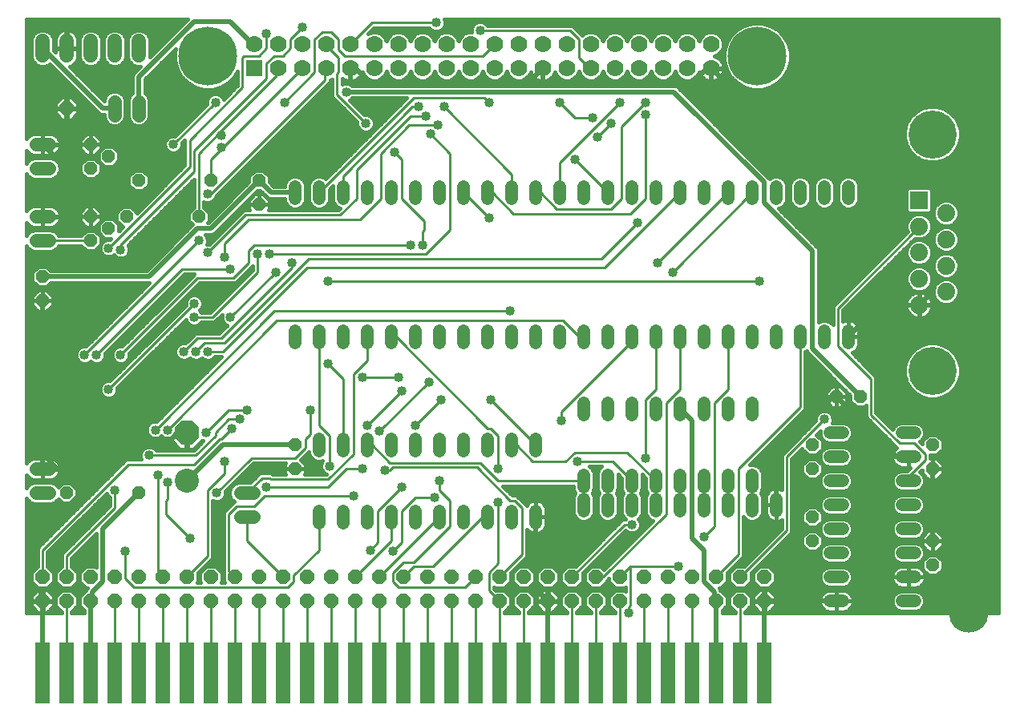
<source format=gbl>
G75*
%MOIN*%
%OFA0B0*%
%FSLAX24Y24*%
%IPPOS*%
%LPD*%
%AMOC8*
5,1,8,0,0,1.08239X$1,22.5*
%
%ADD10R,0.0600X0.2550*%
%ADD11OC8,0.0600*%
%ADD12R,0.0740X0.0740*%
%ADD13C,0.0740*%
%ADD14C,0.2000*%
%ADD15OC8,0.0520*%
%ADD16C,0.0520*%
%ADD17R,0.0700X0.0700*%
%ADD18C,0.0700*%
%ADD19C,0.2441*%
%ADD20C,0.0560*%
%ADD21C,0.1000*%
%ADD22OC8,0.1000*%
%ADD23C,0.1650*%
%ADD24C,0.0600*%
%ADD25C,0.0100*%
%ADD26C,0.0400*%
%ADD27C,0.0200*%
%ADD28C,0.0160*%
D10*
X001680Y002180D03*
X002680Y002180D03*
X003680Y002180D03*
X004680Y002180D03*
X005680Y002180D03*
X006680Y002180D03*
X007680Y002180D03*
X008680Y002180D03*
X009680Y002180D03*
X010680Y002180D03*
X011680Y002180D03*
X012680Y002180D03*
X013680Y002180D03*
X014680Y002180D03*
X015680Y002180D03*
X016680Y002180D03*
X017680Y002180D03*
X018680Y002180D03*
X019680Y002180D03*
X020680Y002180D03*
X021680Y002180D03*
X022680Y002180D03*
X023680Y002180D03*
X024680Y002180D03*
X025680Y002180D03*
X026680Y002180D03*
X027680Y002180D03*
X028680Y002180D03*
X029680Y002180D03*
X030680Y002180D03*
X031680Y002180D03*
D11*
X031680Y005180D03*
X030680Y005180D03*
X030680Y006180D03*
X031680Y006180D03*
X029680Y006180D03*
X028680Y006180D03*
X027680Y006180D03*
X026680Y006180D03*
X025680Y006180D03*
X025680Y005180D03*
X026680Y005180D03*
X027680Y005180D03*
X028680Y005180D03*
X029680Y005180D03*
X024680Y005180D03*
X023680Y005180D03*
X022680Y005180D03*
X021680Y005180D03*
X021680Y006180D03*
X022680Y006180D03*
X023680Y006180D03*
X024680Y006180D03*
X020680Y006180D03*
X019680Y006180D03*
X018680Y006180D03*
X017680Y006180D03*
X016680Y006180D03*
X016680Y005180D03*
X017680Y005180D03*
X018680Y005180D03*
X019680Y005180D03*
X020680Y005180D03*
X015680Y005180D03*
X014680Y005180D03*
X013680Y005180D03*
X012680Y005180D03*
X012680Y006180D03*
X013680Y006180D03*
X014680Y006180D03*
X015680Y006180D03*
X011680Y006180D03*
X010680Y006180D03*
X009680Y006180D03*
X008680Y006180D03*
X007680Y006180D03*
X007680Y005180D03*
X008680Y005180D03*
X009680Y005180D03*
X010680Y005180D03*
X011680Y005180D03*
X006680Y005180D03*
X005680Y005180D03*
X004680Y005180D03*
X003680Y005180D03*
X003680Y006180D03*
X004680Y006180D03*
X005680Y006180D03*
X006680Y006180D03*
X002680Y006180D03*
X001680Y006180D03*
X001680Y005180D03*
X002680Y005180D03*
X002680Y025680D03*
D12*
X038121Y021861D03*
D13*
X039239Y021314D03*
X038121Y020771D03*
X039239Y020223D03*
X039239Y019137D03*
X038121Y019680D03*
X038121Y018589D03*
X039239Y018046D03*
X038121Y017499D03*
D14*
X038680Y014759D03*
X038680Y024601D03*
D15*
X035680Y013680D03*
X034680Y013680D03*
X033680Y011680D03*
X033680Y010680D03*
X033680Y008680D03*
X033680Y007680D03*
X038680Y007680D03*
X038680Y006680D03*
X038680Y010680D03*
X038680Y011680D03*
X012180Y011680D03*
X012180Y010680D03*
X005680Y009680D03*
X002680Y009680D03*
X001680Y017680D03*
X001680Y018680D03*
X003680Y020180D03*
X004430Y020680D03*
X003680Y021180D03*
X005180Y021180D03*
X005680Y022680D03*
X004430Y023680D03*
X003680Y024180D03*
X003680Y023180D03*
X008180Y021180D03*
X008680Y022680D03*
X010680Y022680D03*
X010680Y021680D03*
D16*
X012180Y021920D02*
X012180Y022440D01*
X013180Y022440D02*
X013180Y021920D01*
X014180Y021920D02*
X014180Y022440D01*
X015180Y022440D02*
X015180Y021920D01*
X016180Y021920D02*
X016180Y022440D01*
X017180Y022440D02*
X017180Y021920D01*
X018180Y021920D02*
X018180Y022440D01*
X019180Y022440D02*
X019180Y021920D01*
X020180Y021920D02*
X020180Y022440D01*
X021180Y022440D02*
X021180Y021920D01*
X022180Y021920D02*
X022180Y022440D01*
X023180Y022440D02*
X023180Y021920D01*
X024180Y021920D02*
X024180Y022440D01*
X025180Y022440D02*
X025180Y021920D01*
X026180Y021920D02*
X026180Y022440D01*
X027180Y022440D02*
X027180Y021920D01*
X028180Y021920D02*
X028180Y022440D01*
X029180Y022440D02*
X029180Y021920D01*
X030180Y021920D02*
X030180Y022440D01*
X031180Y022440D02*
X031180Y021920D01*
X032180Y021920D02*
X032180Y022440D01*
X033180Y022440D02*
X033180Y021920D01*
X034180Y021920D02*
X034180Y022440D01*
X035180Y022440D02*
X035180Y021920D01*
X035180Y016440D02*
X035180Y015920D01*
X034180Y015920D02*
X034180Y016440D01*
X033180Y016440D02*
X033180Y015920D01*
X032180Y015920D02*
X032180Y016440D01*
X031180Y016440D02*
X031180Y015920D01*
X030180Y015920D02*
X030180Y016440D01*
X029180Y016440D02*
X029180Y015920D01*
X028180Y015920D02*
X028180Y016440D01*
X027180Y016440D02*
X027180Y015920D01*
X026180Y015920D02*
X026180Y016440D01*
X025180Y016440D02*
X025180Y015920D01*
X024180Y015920D02*
X024180Y016440D01*
X023180Y016440D02*
X023180Y015920D01*
X022180Y015920D02*
X022180Y016440D01*
X021180Y016440D02*
X021180Y015920D01*
X020180Y015920D02*
X020180Y016440D01*
X019180Y016440D02*
X019180Y015920D01*
X018180Y015920D02*
X018180Y016440D01*
X017180Y016440D02*
X017180Y015920D01*
X016180Y015920D02*
X016180Y016440D01*
X015180Y016440D02*
X015180Y015920D01*
X014180Y015920D02*
X014180Y016440D01*
X013180Y016440D02*
X013180Y015920D01*
X012180Y015920D02*
X012180Y016440D01*
X013180Y011940D02*
X013180Y011420D01*
X014180Y011420D02*
X014180Y011940D01*
X015180Y011940D02*
X015180Y011420D01*
X016180Y011420D02*
X016180Y011940D01*
X017180Y011940D02*
X017180Y011420D01*
X018180Y011420D02*
X018180Y011940D01*
X019180Y011940D02*
X019180Y011420D01*
X020180Y011420D02*
X020180Y011940D01*
X021180Y011940D02*
X021180Y011420D01*
X022180Y011420D02*
X022180Y011940D01*
X024180Y012920D02*
X024180Y013440D01*
X025180Y013440D02*
X025180Y012920D01*
X026180Y012920D02*
X026180Y013440D01*
X027180Y013440D02*
X027180Y012920D01*
X028180Y012920D02*
X028180Y013440D01*
X029180Y013440D02*
X029180Y012920D01*
X030180Y012920D02*
X030180Y013440D01*
X031180Y013440D02*
X031180Y012920D01*
X034420Y012180D02*
X034940Y012180D01*
X034940Y011180D02*
X034420Y011180D01*
X034420Y010180D02*
X034940Y010180D01*
X034940Y009180D02*
X034420Y009180D01*
X034420Y008180D02*
X034940Y008180D01*
X034940Y007180D02*
X034420Y007180D01*
X034420Y006180D02*
X034940Y006180D01*
X034940Y005180D02*
X034420Y005180D01*
X037420Y005180D02*
X037940Y005180D01*
X037940Y006180D02*
X037420Y006180D01*
X037420Y007180D02*
X037940Y007180D01*
X037940Y008180D02*
X037420Y008180D01*
X037420Y009180D02*
X037940Y009180D01*
X037940Y010180D02*
X037420Y010180D01*
X037420Y011180D02*
X037940Y011180D01*
X037940Y012180D02*
X037420Y012180D01*
X032180Y009440D02*
X032180Y008920D01*
X031180Y008920D02*
X031180Y009440D01*
X031180Y009920D02*
X031180Y010440D01*
X030180Y010440D02*
X030180Y009920D01*
X030180Y009440D02*
X030180Y008920D01*
X029180Y008920D02*
X029180Y009440D01*
X029180Y009920D02*
X029180Y010440D01*
X028180Y010440D02*
X028180Y009920D01*
X028180Y009440D02*
X028180Y008920D01*
X027180Y008920D02*
X027180Y009440D01*
X027180Y009920D02*
X027180Y010440D01*
X026180Y010440D02*
X026180Y009920D01*
X026180Y009440D02*
X026180Y008920D01*
X025180Y008920D02*
X025180Y009440D01*
X025180Y009920D02*
X025180Y010440D01*
X024180Y010440D02*
X024180Y009920D01*
X024180Y009440D02*
X024180Y008920D01*
X022180Y008940D02*
X022180Y008420D01*
X021180Y008420D02*
X021180Y008940D01*
X020180Y008940D02*
X020180Y008420D01*
X019180Y008420D02*
X019180Y008940D01*
X018180Y008940D02*
X018180Y008420D01*
X017180Y008420D02*
X017180Y008940D01*
X016180Y008940D02*
X016180Y008420D01*
X015180Y008420D02*
X015180Y008940D01*
X014180Y008940D02*
X014180Y008420D01*
X013180Y008420D02*
X013180Y008940D01*
D17*
X010475Y027349D03*
D18*
X011475Y027349D03*
X012475Y027349D03*
X013475Y027349D03*
X014475Y027349D03*
X015475Y027349D03*
X016475Y027349D03*
X017475Y027349D03*
X018475Y027349D03*
X019475Y027349D03*
X020475Y027349D03*
X021475Y027349D03*
X022475Y027349D03*
X023475Y027349D03*
X024475Y027349D03*
X025475Y027349D03*
X026475Y027349D03*
X027475Y027349D03*
X028475Y027349D03*
X029475Y027349D03*
X029475Y028349D03*
X028475Y028349D03*
X027475Y028349D03*
X026475Y028349D03*
X025475Y028349D03*
X024475Y028349D03*
X023475Y028349D03*
X022475Y028349D03*
X021475Y028349D03*
X020475Y028349D03*
X019475Y028349D03*
X018475Y028349D03*
X017475Y028349D03*
X016475Y028349D03*
X015475Y028349D03*
X014475Y028349D03*
X013475Y028349D03*
X012475Y028349D03*
X011475Y028349D03*
X010475Y028349D03*
D19*
X008558Y027849D03*
X031393Y027849D03*
D20*
X005680Y025960D02*
X005680Y025400D01*
X004680Y025400D02*
X004680Y025960D01*
X001960Y024180D02*
X001400Y024180D01*
X001400Y023180D02*
X001960Y023180D01*
X001960Y021180D02*
X001400Y021180D01*
X001400Y020180D02*
X001960Y020180D01*
X001960Y010680D02*
X001400Y010680D01*
X001400Y009680D02*
X001960Y009680D01*
X009900Y009680D02*
X010460Y009680D01*
X010460Y008680D02*
X009900Y008680D01*
D21*
X007680Y010180D03*
D22*
X007680Y012180D03*
D23*
X040180Y004680D03*
X040180Y026930D03*
D24*
X005680Y027880D02*
X005680Y028480D01*
X004680Y028480D02*
X004680Y027880D01*
X003680Y027880D02*
X003680Y028480D01*
X002680Y028480D02*
X002680Y027880D01*
X001680Y027880D02*
X001680Y028480D01*
D25*
X007805Y024368D02*
X009993Y026555D01*
X009993Y027805D01*
X010055Y027868D01*
X010680Y027868D01*
X010993Y028180D01*
X010993Y028805D01*
X011993Y028555D02*
X011993Y028180D01*
X011680Y027868D01*
X011305Y027868D01*
X010993Y027555D01*
X010993Y026930D01*
X007993Y023930D01*
X007993Y023055D01*
X004930Y019993D01*
X004930Y019805D01*
X004430Y019868D02*
X007805Y023243D01*
X007805Y024368D01*
X008180Y023805D02*
X009024Y024649D01*
X009118Y024555D01*
X009024Y024649D02*
X011430Y027055D01*
X011430Y027305D01*
X011475Y027349D01*
X012430Y027305D02*
X012475Y027349D01*
X012430Y027305D02*
X009149Y024024D01*
X009118Y024055D01*
X009149Y024024D02*
X008680Y023555D01*
X008680Y022680D01*
X008680Y022118D02*
X008555Y022118D01*
X008680Y022118D02*
X013430Y026868D01*
X013430Y027305D01*
X013475Y027349D01*
X013930Y027118D02*
X013993Y027180D01*
X013993Y027805D01*
X013493Y028305D01*
X013475Y028349D01*
X012993Y028555D02*
X013305Y028868D01*
X013680Y028868D01*
X013993Y028555D01*
X013993Y028118D01*
X014243Y027868D01*
X019993Y027868D01*
X020430Y028305D01*
X020475Y028349D01*
X019868Y028930D02*
X023618Y028930D01*
X023993Y028555D01*
X023993Y027805D01*
X024430Y027368D01*
X024475Y027349D01*
X025680Y025930D02*
X023180Y023430D01*
X023180Y022180D01*
X023055Y021493D02*
X022368Y022180D01*
X022180Y022180D01*
X021180Y022180D02*
X021180Y022930D01*
X018368Y025743D01*
X017618Y025368D02*
X016993Y025368D01*
X014743Y023118D01*
X014743Y021930D01*
X014055Y021243D01*
X010118Y021243D01*
X008555Y019680D01*
X008180Y020180D02*
X003430Y015430D01*
X003930Y015430D02*
X007493Y018993D01*
X009493Y018993D01*
X009618Y018618D02*
X010243Y019243D01*
X010243Y019743D01*
X010493Y019993D01*
X016993Y019993D01*
X017493Y019993D02*
X017493Y020555D01*
X017555Y020618D01*
X017555Y020993D01*
X016618Y021930D01*
X016618Y023555D01*
X016305Y023868D01*
X015743Y023805D02*
X016930Y024993D01*
X018118Y024993D01*
X017805Y024618D02*
X018618Y023805D01*
X018618Y020618D01*
X017618Y019618D01*
X011118Y019618D01*
X010618Y019618D02*
X010618Y018868D01*
X008743Y016993D01*
X007993Y016993D01*
X007993Y017555D02*
X004430Y013993D01*
X004930Y015430D02*
X008118Y018618D01*
X009618Y018618D01*
X009243Y019493D02*
X009243Y020055D01*
X010243Y021055D01*
X014868Y021055D01*
X015743Y021930D01*
X015743Y023805D01*
X014180Y022868D02*
X017055Y025743D01*
X017305Y025743D01*
X017118Y026118D02*
X020055Y026118D01*
X020243Y025930D01*
X017118Y026118D02*
X013180Y022180D01*
X014180Y022180D02*
X014180Y022868D01*
X015118Y025055D02*
X013930Y026243D01*
X013930Y027118D01*
X012993Y027180D02*
X012993Y028555D01*
X012493Y029055D02*
X011993Y028555D01*
X012993Y027180D02*
X011743Y025930D01*
X008868Y025930D02*
X007118Y024180D01*
X008180Y023805D02*
X008180Y021180D01*
X011368Y018868D02*
X009493Y016993D01*
X009118Y016118D02*
X008118Y016118D01*
X007555Y015555D01*
X008055Y015555D02*
X008430Y015930D01*
X009243Y015930D01*
X012743Y019430D01*
X024930Y019430D01*
X026430Y020930D01*
X026118Y021305D02*
X026743Y021930D01*
X026743Y025430D01*
X026743Y025930D02*
X025743Y024930D01*
X025743Y021930D01*
X025305Y021493D01*
X023055Y021493D01*
X021243Y021305D02*
X026118Y021305D01*
X025180Y022180D02*
X023805Y023555D01*
X024743Y024493D02*
X025305Y025055D01*
X024555Y025305D02*
X023805Y025305D01*
X023180Y025930D01*
X018055Y029243D02*
X015368Y029243D01*
X014493Y028368D01*
X014475Y028349D01*
X019180Y022180D02*
X020243Y021118D01*
X021243Y021305D02*
X020368Y022180D01*
X020180Y022180D01*
X025055Y019055D02*
X028180Y022180D01*
X030180Y022180D02*
X027243Y019243D01*
X027868Y018868D02*
X031180Y022180D01*
X031493Y018493D02*
X013555Y018493D01*
X012680Y019055D02*
X025055Y019055D01*
X023305Y016868D02*
X011430Y016868D01*
X006868Y012305D01*
X006368Y012305D02*
X011305Y017243D01*
X021118Y017243D01*
X023305Y016868D02*
X023993Y016180D01*
X024180Y016180D01*
X026180Y016180D02*
X026180Y015993D01*
X023243Y013055D01*
X023243Y012680D01*
X022180Y011680D02*
X020305Y013555D01*
X020305Y012368D02*
X020180Y012368D01*
X016368Y016180D01*
X016180Y016180D01*
X015180Y016180D02*
X015180Y015180D01*
X014618Y014618D01*
X014618Y011305D01*
X013555Y010243D01*
X011180Y010243D01*
X011118Y010305D01*
X010805Y010305D01*
X010180Y009680D01*
X010493Y009118D02*
X009743Y009118D01*
X009430Y008805D01*
X009430Y006430D01*
X009680Y006180D01*
X009680Y005180D02*
X009680Y002180D01*
X008680Y002180D02*
X008680Y005180D01*
X007680Y005180D02*
X007680Y002180D01*
X006680Y002180D02*
X006680Y005180D01*
X005680Y005180D02*
X005680Y002180D01*
X004680Y002180D02*
X004680Y005180D01*
X005493Y005743D02*
X005118Y006118D01*
X005118Y007243D01*
X006493Y006368D02*
X006680Y006180D01*
X006493Y006368D02*
X006493Y010430D01*
X006868Y010118D02*
X006868Y009430D01*
X006805Y009368D01*
X006805Y008805D01*
X007805Y007805D01*
X008555Y007055D02*
X007680Y006180D01*
X008555Y007055D02*
X008555Y009805D01*
X009243Y010493D01*
X009243Y010993D01*
X009118Y011930D02*
X009055Y011930D01*
X007993Y010868D01*
X005243Y010868D01*
X001680Y007305D01*
X001680Y006180D01*
X002680Y006180D02*
X002680Y007055D01*
X004680Y009055D01*
X004680Y009805D01*
X006118Y011243D02*
X008055Y011243D01*
X008868Y012055D01*
X008868Y012180D01*
X009430Y012743D01*
X009868Y012743D01*
X010180Y013118D02*
X009430Y013118D01*
X008493Y012180D01*
X009118Y011930D02*
X009555Y012368D01*
X010368Y011118D02*
X008930Y009680D01*
X010180Y008680D02*
X010180Y007680D01*
X011680Y006180D01*
X012118Y006243D02*
X012118Y005993D01*
X011868Y005743D01*
X005493Y005743D01*
X002680Y005180D02*
X002680Y002180D01*
X010680Y002180D02*
X010680Y005180D01*
X011680Y005180D02*
X011680Y002180D01*
X012680Y002180D02*
X012680Y005180D01*
X013680Y005180D02*
X013680Y002180D01*
X014680Y002180D02*
X014680Y005180D01*
X015680Y005180D02*
X015680Y002180D01*
X016680Y002180D02*
X016680Y005180D01*
X016493Y005743D02*
X019243Y005743D01*
X019680Y006180D01*
X020243Y006368D02*
X020243Y005618D01*
X020680Y005180D01*
X020680Y002180D01*
X019680Y002180D02*
X019680Y005180D01*
X018680Y005180D02*
X018680Y002180D01*
X017680Y002180D02*
X017680Y005180D01*
X016493Y005743D02*
X016243Y005993D01*
X016243Y006368D01*
X016680Y006805D01*
X017118Y006805D01*
X018618Y008305D01*
X018618Y009368D01*
X018180Y009805D01*
X018180Y010180D01*
X017993Y009493D02*
X017180Y009493D01*
X016618Y008930D01*
X016618Y007618D01*
X016243Y007243D01*
X016180Y007680D02*
X014680Y006180D01*
X015680Y006180D02*
X018180Y008680D01*
X019993Y008680D02*
X017930Y006618D01*
X017118Y006618D01*
X016680Y006180D01*
X015305Y007305D02*
X015618Y007618D01*
X015618Y008930D01*
X016618Y009930D01*
X016118Y010618D02*
X016243Y010743D01*
X019743Y010743D01*
X021118Y009368D01*
X021305Y009368D01*
X021618Y009055D01*
X021618Y007118D01*
X020680Y006180D01*
X020243Y006368D02*
X020618Y006743D01*
X020618Y009305D01*
X020180Y008680D02*
X019993Y008680D01*
X020618Y010180D02*
X024180Y010180D01*
X023930Y010993D02*
X025368Y010993D01*
X026180Y010180D01*
X027180Y010180D02*
X025993Y011368D01*
X023805Y011368D01*
X023430Y010993D01*
X022055Y010993D01*
X021368Y011680D01*
X021180Y011680D01*
X020618Y012055D02*
X020305Y012368D01*
X020618Y012055D02*
X020618Y010680D01*
X020618Y010180D02*
X019868Y010930D01*
X016118Y010930D01*
X015368Y011680D01*
X015180Y011680D01*
X015680Y012243D02*
X017743Y014305D01*
X018243Y013555D02*
X017180Y012493D01*
X016618Y013930D02*
X015180Y012493D01*
X014180Y011680D02*
X014180Y014430D01*
X013555Y015055D01*
X014993Y014493D02*
X016493Y014493D01*
X013180Y016180D02*
X013180Y012493D01*
X013618Y012055D01*
X013618Y010805D01*
X014305Y010680D02*
X013555Y009930D01*
X010993Y009930D01*
X010930Y009555D02*
X010493Y009118D01*
X010930Y009555D02*
X014618Y009555D01*
X013180Y008680D02*
X013180Y007305D01*
X012118Y006243D01*
X016180Y007680D02*
X016180Y008680D01*
X016118Y010618D02*
X015930Y010618D01*
X014993Y010680D02*
X014305Y010680D01*
X012618Y011555D02*
X012180Y011118D01*
X010368Y011118D01*
X012618Y011555D02*
X012618Y011930D01*
X012805Y012118D01*
X012805Y013118D01*
X009180Y015555D02*
X012680Y019055D01*
X012055Y019055D02*
X012055Y019243D01*
X012055Y019055D02*
X009118Y016118D01*
X009180Y015555D02*
X008555Y015555D01*
X003680Y020180D02*
X001680Y020180D01*
X023680Y006180D02*
X025868Y008368D01*
X026180Y008368D01*
X027618Y008805D02*
X024993Y006180D01*
X024680Y006180D01*
X024680Y005180D02*
X024680Y002180D01*
X023680Y002180D02*
X023680Y005180D01*
X021680Y005180D02*
X021680Y002180D01*
X025680Y002180D02*
X025680Y005180D01*
X026055Y004930D02*
X026118Y004993D01*
X026118Y006555D01*
X026086Y006586D01*
X026118Y006618D01*
X028118Y006618D01*
X029680Y006180D02*
X030618Y007118D01*
X030618Y010680D01*
X033180Y013243D01*
X033180Y016180D01*
X034743Y015805D02*
X034743Y017368D01*
X038118Y020743D01*
X038121Y020771D01*
X034743Y015805D02*
X036118Y014430D01*
X036118Y012930D01*
X037305Y011743D01*
X037930Y011743D01*
X038368Y011305D01*
X038368Y011055D01*
X037680Y010368D01*
X037680Y010180D01*
X034180Y012743D02*
X032618Y011180D01*
X032618Y008118D01*
X030680Y006180D01*
X030680Y005180D02*
X030680Y002180D01*
X028680Y002180D02*
X028680Y005180D01*
X027680Y005180D02*
X027680Y002180D01*
X026680Y002180D02*
X026680Y005180D01*
X026055Y004930D02*
X026055Y004680D01*
X025680Y006180D02*
X026086Y006586D01*
X027618Y008805D02*
X027618Y013430D01*
X028180Y013993D01*
X028180Y016180D01*
X027180Y016180D02*
X027180Y013993D01*
X026743Y013555D01*
X026743Y011118D01*
X029618Y013430D02*
X029618Y008305D01*
X029180Y007868D01*
X029618Y013430D02*
X030180Y013993D01*
X030180Y016180D01*
D26*
X031493Y018493D03*
X027868Y018868D03*
X027243Y019243D03*
X026430Y020930D03*
X023805Y023555D03*
X024743Y024493D03*
X025305Y025055D03*
X024555Y025305D03*
X025680Y025930D03*
X026743Y025930D03*
X026743Y025430D03*
X023180Y025930D03*
X020243Y025930D03*
X018368Y025743D03*
X017618Y025368D03*
X018118Y024993D03*
X017805Y024618D03*
X016305Y023868D03*
X015118Y025055D03*
X014305Y026368D03*
X011743Y025930D03*
X009118Y024555D03*
X009118Y024055D03*
X007118Y024180D03*
X008868Y025930D03*
X010993Y028805D03*
X012493Y029055D03*
X017305Y025743D03*
X019868Y028930D03*
X018055Y029243D03*
X008555Y022118D03*
X008180Y020180D03*
X008555Y019680D03*
X009243Y019493D03*
X009493Y018993D03*
X010618Y019618D03*
X011118Y019618D03*
X011368Y018868D03*
X012055Y019243D03*
X013555Y018493D03*
X016993Y019993D03*
X017493Y019993D03*
X020243Y021118D03*
X021118Y017243D03*
X017743Y014305D03*
X018243Y013555D03*
X017180Y012493D03*
X015680Y012243D03*
X015180Y012493D03*
X016618Y013930D03*
X016493Y014493D03*
X014993Y014493D03*
X013555Y015055D03*
X012805Y013118D03*
X010180Y013118D03*
X009868Y012743D03*
X009555Y012368D03*
X008493Y012180D03*
X006868Y012305D03*
X006368Y012305D03*
X006118Y011243D03*
X006493Y010430D03*
X006868Y010118D03*
X008930Y009680D03*
X009243Y010993D03*
X010993Y009930D03*
X013618Y010805D03*
X014993Y010680D03*
X015930Y010618D03*
X016618Y009930D03*
X017993Y009493D03*
X018180Y010180D03*
X020618Y010680D03*
X020618Y009305D03*
X023930Y010993D03*
X023243Y012680D03*
X020305Y013555D03*
X026743Y011118D03*
X026180Y008368D03*
X028118Y006618D03*
X029180Y007868D03*
X026055Y004680D03*
X016243Y007243D03*
X015305Y007305D03*
X014618Y009555D03*
X007805Y007805D03*
X005118Y007243D03*
X004680Y009805D03*
X004430Y013993D03*
X003930Y015430D03*
X003430Y015430D03*
X004930Y015430D03*
X007555Y015555D03*
X008055Y015555D03*
X008555Y015555D03*
X007993Y016993D03*
X007993Y017555D03*
X009493Y016993D03*
X004930Y019805D03*
X004430Y019868D03*
X031993Y011555D03*
X034180Y012743D03*
D27*
X034555Y013680D02*
X034680Y013680D01*
X037180Y011180D01*
X037680Y011180D01*
X038680Y010680D02*
X038680Y007680D01*
X034680Y005180D02*
X031680Y005180D01*
X031680Y002180D01*
X029680Y002180D02*
X029680Y005180D01*
X029618Y005243D01*
X029618Y005555D01*
X029180Y005993D01*
X029180Y007305D01*
X028680Y007805D01*
X028680Y012680D01*
X028180Y013180D01*
X031993Y011555D02*
X032180Y011368D01*
X032180Y011305D01*
X034555Y013680D01*
X035680Y013680D02*
X033680Y015680D01*
X033680Y019743D01*
X031680Y021743D01*
X031680Y022618D01*
X027930Y026368D01*
X014305Y026368D01*
X015243Y026805D02*
X014743Y027305D01*
X014493Y027305D01*
X014475Y027349D01*
X015243Y026805D02*
X021930Y026805D01*
X021993Y026868D01*
X022055Y026805D01*
X028743Y026805D01*
X029243Y027305D01*
X029430Y027305D01*
X029475Y027349D01*
X029555Y027305D01*
X030430Y026430D01*
X040118Y026430D01*
X040180Y026930D01*
X040180Y023055D01*
X038680Y021555D01*
X038680Y018055D01*
X038180Y017555D01*
X038121Y017499D01*
X038118Y017493D01*
X036493Y017493D01*
X035180Y016180D01*
X032180Y011305D02*
X032180Y009180D01*
X022680Y005180D02*
X022680Y002180D01*
X022680Y005180D02*
X022180Y005680D01*
X022180Y008680D01*
X012180Y011680D02*
X009180Y011680D01*
X007680Y010180D01*
X006993Y011868D02*
X001680Y011868D01*
X001680Y011243D01*
X001743Y011243D01*
X003180Y009805D01*
X003180Y009555D01*
X001180Y007555D01*
X001180Y005993D01*
X001618Y005555D01*
X001618Y005243D01*
X001680Y005180D01*
X001680Y002180D01*
X003680Y002180D02*
X003680Y005180D01*
X003743Y005243D01*
X003743Y005555D01*
X004180Y005993D01*
X004180Y008180D01*
X005680Y009680D01*
X006993Y011868D02*
X007305Y012180D01*
X007680Y012180D01*
X001680Y011868D02*
X001680Y017680D01*
X001680Y018680D02*
X006118Y018680D01*
X008118Y020680D01*
X008680Y020680D01*
X010680Y022680D01*
X011180Y022180D01*
X012180Y022180D01*
X005680Y025680D02*
X005680Y026993D01*
X007993Y029305D01*
X009493Y029305D01*
X010430Y028368D01*
X010475Y028349D01*
X004680Y025680D02*
X004180Y025680D01*
X001680Y028180D01*
X001680Y024180D02*
X003680Y022180D01*
X003680Y021180D01*
X001680Y011243D02*
X001680Y010680D01*
X021993Y026868D02*
X022430Y027305D01*
X022475Y027349D01*
D28*
X022457Y027331D02*
X022494Y027331D01*
X022494Y026819D01*
X022517Y026819D01*
X022599Y026832D01*
X022679Y026858D01*
X022753Y026896D01*
X022821Y026945D01*
X022880Y027004D01*
X022929Y027072D01*
X022966Y027146D01*
X022985Y027201D01*
X023043Y027060D01*
X023186Y026917D01*
X023374Y026839D01*
X023577Y026839D01*
X023764Y026917D01*
X023908Y027060D01*
X023975Y027224D01*
X024043Y027060D01*
X024186Y026917D01*
X024374Y026839D01*
X024577Y026839D01*
X024764Y026917D01*
X024908Y027060D01*
X024975Y027224D01*
X025043Y027060D01*
X025186Y026917D01*
X025374Y026839D01*
X025577Y026839D01*
X025764Y026917D01*
X025908Y027060D01*
X025975Y027224D01*
X026043Y027060D01*
X026186Y026917D01*
X026374Y026839D01*
X026577Y026839D01*
X026764Y026917D01*
X026908Y027060D01*
X026975Y027224D01*
X027043Y027060D01*
X027186Y026917D01*
X027374Y026839D01*
X027577Y026839D01*
X027764Y026917D01*
X027908Y027060D01*
X027975Y027224D01*
X028043Y027060D01*
X028186Y026917D01*
X028374Y026839D01*
X028577Y026839D01*
X028764Y026917D01*
X028908Y027060D01*
X028966Y027201D01*
X028984Y027146D01*
X029022Y027072D01*
X029071Y027004D01*
X029130Y026945D01*
X029197Y026896D01*
X029272Y026858D01*
X029351Y026832D01*
X029434Y026819D01*
X029457Y026819D01*
X029457Y027331D01*
X029494Y027331D01*
X029494Y027368D01*
X030005Y027368D01*
X030005Y027391D01*
X029992Y027473D01*
X029966Y027553D01*
X029929Y027627D01*
X029880Y027695D01*
X029821Y027754D01*
X029753Y027803D01*
X029679Y027840D01*
X029623Y027859D01*
X029764Y027917D01*
X029908Y028060D01*
X029985Y028248D01*
X029985Y028451D01*
X029908Y028638D01*
X029764Y028782D01*
X029577Y028859D01*
X029374Y028859D01*
X029186Y028782D01*
X029043Y028638D01*
X028975Y028475D01*
X028908Y028638D01*
X028764Y028782D01*
X028577Y028859D01*
X028374Y028859D01*
X028186Y028782D01*
X028043Y028638D01*
X027975Y028475D01*
X027908Y028638D01*
X027764Y028782D01*
X027577Y028859D01*
X027374Y028859D01*
X027186Y028782D01*
X027043Y028638D01*
X026975Y028475D01*
X026908Y028638D01*
X026764Y028782D01*
X026577Y028859D01*
X026374Y028859D01*
X026186Y028782D01*
X026043Y028638D01*
X025975Y028475D01*
X025908Y028638D01*
X025764Y028782D01*
X025577Y028859D01*
X025374Y028859D01*
X025186Y028782D01*
X025043Y028638D01*
X024975Y028475D01*
X024908Y028638D01*
X024764Y028782D01*
X024577Y028859D01*
X024374Y028859D01*
X024186Y028782D01*
X024125Y028720D01*
X024079Y028765D01*
X023704Y029140D01*
X020167Y029140D01*
X020071Y029235D01*
X019939Y029290D01*
X019796Y029290D01*
X019664Y029235D01*
X019562Y029134D01*
X019508Y029002D01*
X019508Y029003D02*
X018324Y029003D01*
X018360Y029039D02*
X018415Y029171D01*
X018415Y029314D01*
X018379Y029400D01*
X041400Y029400D01*
X041400Y004680D01*
X030890Y004680D01*
X030890Y004739D01*
X031140Y004989D01*
X031140Y005371D01*
X030871Y005640D01*
X030489Y005640D01*
X030220Y005371D01*
X030220Y004989D01*
X030470Y004739D01*
X030470Y004680D01*
X029940Y004680D01*
X029940Y004789D01*
X030140Y004989D01*
X030140Y005371D01*
X029871Y005640D01*
X029864Y005640D01*
X029838Y005702D01*
X029820Y005720D01*
X029871Y005720D01*
X030140Y005989D01*
X030140Y006343D01*
X030827Y007031D01*
X030827Y008679D01*
X030942Y008564D01*
X031096Y008500D01*
X031264Y008500D01*
X031418Y008564D01*
X031536Y008682D01*
X031600Y008836D01*
X031600Y009524D01*
X031536Y009678D01*
X031534Y009680D01*
X031536Y009682D01*
X031600Y009836D01*
X031600Y010524D01*
X031536Y010678D01*
X031418Y010796D01*
X031264Y010860D01*
X031096Y010860D01*
X031093Y010859D01*
X033390Y013156D01*
X033390Y015552D01*
X033418Y015564D01*
X033438Y015584D01*
X033460Y015533D01*
X033533Y015460D01*
X035260Y013732D01*
X035260Y013506D01*
X035506Y013260D01*
X035854Y013260D01*
X035908Y013314D01*
X035908Y012843D01*
X036031Y012720D01*
X037193Y011558D01*
X037189Y011556D01*
X037133Y011516D01*
X037084Y011467D01*
X037044Y011411D01*
X037012Y011349D01*
X036991Y011283D01*
X036980Y011215D01*
X036980Y011180D01*
X037680Y011180D01*
X037680Y010740D01*
X037756Y010740D01*
X037616Y010600D01*
X037336Y010600D01*
X037182Y010536D01*
X037064Y010418D01*
X037000Y010264D01*
X037000Y010096D01*
X037064Y009942D01*
X037182Y009824D01*
X035178Y009824D01*
X035296Y009942D01*
X035360Y010096D01*
X035360Y010264D01*
X035296Y010418D01*
X035178Y010536D01*
X035024Y010600D01*
X034336Y010600D01*
X034182Y010536D01*
X034064Y010418D01*
X034000Y010264D01*
X034000Y010096D01*
X034064Y009942D01*
X034182Y009824D01*
X032827Y009824D01*
X032827Y009666D02*
X041400Y009666D01*
X041400Y009824D02*
X038178Y009824D01*
X038296Y009942D01*
X038360Y010096D01*
X038360Y010264D01*
X038296Y010418D01*
X038178Y010536D01*
X038155Y010546D01*
X038240Y010631D01*
X038240Y010498D01*
X038498Y010240D01*
X038680Y010240D01*
X038862Y010240D01*
X039120Y010498D01*
X039120Y010680D01*
X039120Y010862D01*
X038862Y011120D01*
X038680Y011120D01*
X038680Y010680D01*
X038680Y010680D01*
X039120Y010680D01*
X038680Y010680D01*
X038680Y010680D01*
X038680Y011120D01*
X038577Y011120D01*
X038577Y011260D01*
X038854Y011260D01*
X039100Y011506D01*
X039100Y011854D01*
X038854Y012100D01*
X038506Y012100D01*
X038260Y011854D01*
X038260Y011709D01*
X038155Y011814D01*
X038178Y011824D01*
X038296Y011942D01*
X038360Y012096D01*
X038360Y012264D01*
X038296Y012418D01*
X038178Y012536D01*
X038024Y012600D01*
X037336Y012600D01*
X037182Y012536D01*
X037064Y012418D01*
X037024Y012321D01*
X036327Y013017D01*
X036327Y014517D01*
X035336Y015508D01*
X035349Y015512D01*
X035411Y015544D01*
X035467Y015584D01*
X035516Y015633D01*
X035556Y015689D01*
X035588Y015751D01*
X035609Y015817D01*
X035620Y015885D01*
X035620Y016180D01*
X035620Y016475D01*
X035609Y016543D01*
X035588Y016609D01*
X035556Y016671D01*
X035516Y016727D01*
X035467Y016776D01*
X035411Y016816D01*
X035349Y016848D01*
X035283Y016869D01*
X035215Y016880D01*
X035180Y016880D01*
X035180Y016180D01*
X035180Y016180D01*
X035620Y016180D01*
X035180Y016180D01*
X035180Y016180D01*
X035180Y016880D01*
X035145Y016880D01*
X035077Y016869D01*
X035011Y016848D01*
X034952Y016818D01*
X034952Y017281D01*
X037943Y020271D01*
X038016Y020241D01*
X038226Y020241D01*
X038421Y020321D01*
X038570Y020470D01*
X038651Y020665D01*
X038651Y020876D01*
X038570Y021071D01*
X038421Y021220D01*
X038226Y021301D01*
X038016Y021301D01*
X037821Y021220D01*
X037672Y021071D01*
X037591Y020876D01*
X037591Y020665D01*
X037636Y020558D01*
X034533Y017454D01*
X034533Y016681D01*
X034418Y016796D01*
X034264Y016860D01*
X034096Y016860D01*
X033942Y016796D01*
X033940Y016794D01*
X033940Y019794D01*
X033900Y019890D01*
X032282Y021508D01*
X032418Y021564D01*
X032536Y021682D01*
X032600Y021836D01*
X032600Y022524D01*
X032536Y022678D01*
X032418Y022796D01*
X032264Y022860D01*
X032096Y022860D01*
X031942Y022796D01*
X031903Y022757D01*
X031900Y022765D01*
X031827Y022838D01*
X028150Y026515D01*
X028077Y026588D01*
X027982Y026627D01*
X014554Y026627D01*
X014509Y026673D01*
X014377Y026727D01*
X014233Y026727D01*
X014140Y026689D01*
X014140Y026938D01*
X014197Y026896D01*
X014272Y026858D01*
X014351Y026832D01*
X014434Y026819D01*
X014457Y026819D01*
X014457Y027331D01*
X014494Y027331D01*
X014494Y026819D01*
X014517Y026819D01*
X014599Y026832D01*
X014679Y026858D01*
X014753Y026896D01*
X014821Y026945D01*
X014880Y027004D01*
X014929Y027072D01*
X014966Y027146D01*
X014985Y027201D01*
X015043Y027060D01*
X015186Y026917D01*
X015374Y026839D01*
X015577Y026839D01*
X015764Y026917D01*
X015908Y027060D01*
X015975Y027224D01*
X016043Y027060D01*
X016186Y026917D01*
X016374Y026839D01*
X016577Y026839D01*
X016764Y026917D01*
X016908Y027060D01*
X016975Y027224D01*
X017043Y027060D01*
X017186Y026917D01*
X017374Y026839D01*
X017577Y026839D01*
X017764Y026917D01*
X017908Y027060D01*
X017975Y027224D01*
X018043Y027060D01*
X018186Y026917D01*
X018374Y026839D01*
X018577Y026839D01*
X018764Y026917D01*
X018908Y027060D01*
X018975Y027224D01*
X019043Y027060D01*
X019186Y026917D01*
X019374Y026839D01*
X019577Y026839D01*
X019764Y026917D01*
X019908Y027060D01*
X019975Y027224D01*
X020043Y027060D01*
X020186Y026917D01*
X020374Y026839D01*
X020577Y026839D01*
X020764Y026917D01*
X020908Y027060D01*
X020975Y027224D01*
X021043Y027060D01*
X021186Y026917D01*
X021374Y026839D01*
X021577Y026839D01*
X021764Y026917D01*
X021908Y027060D01*
X021966Y027201D01*
X021984Y027146D01*
X022022Y027072D01*
X022071Y027004D01*
X022130Y026945D01*
X022197Y026896D01*
X022272Y026858D01*
X022351Y026832D01*
X022434Y026819D01*
X022457Y026819D01*
X022457Y027331D01*
X022457Y027259D02*
X022494Y027259D01*
X022494Y027101D02*
X022457Y027101D01*
X022457Y026942D02*
X022494Y026942D01*
X022816Y026942D02*
X023161Y026942D01*
X023026Y027101D02*
X022943Y027101D01*
X022134Y026942D02*
X021789Y026942D01*
X021924Y027101D02*
X022007Y027101D01*
X021161Y026942D02*
X020789Y026942D01*
X020924Y027101D02*
X021026Y027101D01*
X020161Y026942D02*
X019789Y026942D01*
X019924Y027101D02*
X020026Y027101D01*
X019161Y026942D02*
X018789Y026942D01*
X018924Y027101D02*
X019026Y027101D01*
X018161Y026942D02*
X017789Y026942D01*
X017924Y027101D02*
X018026Y027101D01*
X017161Y026942D02*
X016789Y026942D01*
X016924Y027101D02*
X017026Y027101D01*
X016161Y026942D02*
X015789Y026942D01*
X015924Y027101D02*
X016026Y027101D01*
X015161Y026942D02*
X014816Y026942D01*
X014943Y027101D02*
X015026Y027101D01*
X014494Y027101D02*
X014457Y027101D01*
X014457Y027259D02*
X014494Y027259D01*
X014494Y026942D02*
X014457Y026942D01*
X014140Y026784D02*
X030506Y026784D01*
X030545Y026745D02*
X030860Y026563D01*
X031211Y026469D01*
X031574Y026469D01*
X031925Y026563D01*
X032240Y026745D01*
X032497Y027002D01*
X032679Y027316D01*
X032773Y027668D01*
X032773Y028031D01*
X032679Y028382D01*
X032497Y028697D01*
X032240Y028954D01*
X031925Y029136D01*
X031574Y029230D01*
X031211Y029230D01*
X030860Y029136D01*
X030545Y028954D01*
X030288Y028697D01*
X030106Y028382D01*
X030012Y028031D01*
X030012Y027668D01*
X030106Y027316D01*
X030288Y027002D01*
X030545Y026745D01*
X030752Y026625D02*
X027988Y026625D01*
X028150Y026515D02*
X028150Y026515D01*
X028199Y026467D02*
X041400Y026467D01*
X041400Y026625D02*
X032033Y026625D01*
X032279Y026784D02*
X041400Y026784D01*
X041400Y026942D02*
X032438Y026942D01*
X032554Y027101D02*
X041400Y027101D01*
X041400Y027259D02*
X032646Y027259D01*
X032706Y027418D02*
X041400Y027418D01*
X041400Y027576D02*
X032749Y027576D01*
X032773Y027735D02*
X041400Y027735D01*
X041400Y027893D02*
X032773Y027893D01*
X032768Y028052D02*
X041400Y028052D01*
X041400Y028210D02*
X032725Y028210D01*
X032683Y028369D02*
X041400Y028369D01*
X041400Y028527D02*
X032595Y028527D01*
X032504Y028686D02*
X041400Y028686D01*
X041400Y028844D02*
X032350Y028844D01*
X032156Y029003D02*
X041400Y029003D01*
X041400Y029161D02*
X031831Y029161D01*
X030954Y029161D02*
X020146Y029161D01*
X019589Y029161D02*
X018411Y029161D01*
X018360Y029039D02*
X018259Y028937D01*
X018127Y028883D01*
X017983Y028883D01*
X017851Y028937D01*
X017756Y029033D01*
X015454Y029033D01*
X015216Y028794D01*
X015374Y028859D01*
X015577Y028859D01*
X015764Y028782D01*
X015908Y028638D01*
X015975Y028475D01*
X016043Y028638D01*
X016186Y028782D01*
X016374Y028859D01*
X016577Y028859D01*
X016764Y028782D01*
X016908Y028638D01*
X016975Y028475D01*
X017043Y028638D01*
X017186Y028782D01*
X017374Y028859D01*
X017577Y028859D01*
X017764Y028782D01*
X017908Y028638D01*
X017975Y028475D01*
X018043Y028638D01*
X018186Y028782D01*
X018374Y028859D01*
X018577Y028859D01*
X018764Y028782D01*
X018908Y028638D01*
X018975Y028475D01*
X019043Y028638D01*
X019186Y028782D01*
X019374Y028859D01*
X019508Y028859D01*
X019508Y029002D01*
X019337Y028844D02*
X018614Y028844D01*
X018337Y028844D02*
X017614Y028844D01*
X017786Y029003D02*
X015425Y029003D01*
X015337Y028844D02*
X015266Y028844D01*
X015614Y028844D02*
X016337Y028844D01*
X016614Y028844D02*
X017337Y028844D01*
X017090Y028686D02*
X016860Y028686D01*
X016954Y028527D02*
X016997Y028527D01*
X017860Y028686D02*
X018090Y028686D01*
X017997Y028527D02*
X017954Y028527D01*
X018860Y028686D02*
X019090Y028686D01*
X018997Y028527D02*
X018954Y028527D01*
X018413Y029320D02*
X041400Y029320D01*
X041400Y026308D02*
X028357Y026308D01*
X028516Y026150D02*
X041400Y026150D01*
X041400Y025991D02*
X028674Y025991D01*
X028833Y025833D02*
X041400Y025833D01*
X041400Y025674D02*
X039142Y025674D01*
X039128Y025682D02*
X038833Y025761D01*
X038527Y025761D01*
X038232Y025682D01*
X037968Y025529D01*
X037752Y025314D01*
X037599Y025049D01*
X037520Y024754D01*
X037520Y024449D01*
X037599Y024154D01*
X037752Y023889D01*
X037968Y023673D01*
X038232Y023520D01*
X038527Y023441D01*
X038833Y023441D01*
X039128Y023520D01*
X039392Y023673D01*
X039608Y023889D01*
X039761Y024154D01*
X039840Y024449D01*
X039840Y024754D01*
X039761Y025049D01*
X039608Y025314D01*
X039392Y025529D01*
X039128Y025682D01*
X039406Y025516D02*
X041400Y025516D01*
X041400Y025357D02*
X039565Y025357D01*
X039675Y025199D02*
X041400Y025199D01*
X041400Y025040D02*
X039763Y025040D01*
X039806Y024882D02*
X041400Y024882D01*
X041400Y024723D02*
X039840Y024723D01*
X039840Y024565D02*
X041400Y024565D01*
X041400Y024406D02*
X039829Y024406D01*
X039786Y024248D02*
X041400Y024248D01*
X041400Y024089D02*
X039724Y024089D01*
X039632Y023931D02*
X041400Y023931D01*
X041400Y023772D02*
X039491Y023772D01*
X039289Y023614D02*
X041400Y023614D01*
X041400Y023455D02*
X038884Y023455D01*
X038476Y023455D02*
X031210Y023455D01*
X031052Y023614D02*
X038071Y023614D01*
X037869Y023772D02*
X030893Y023772D01*
X030735Y023931D02*
X037728Y023931D01*
X037636Y024089D02*
X030576Y024089D01*
X030418Y024248D02*
X037574Y024248D01*
X037531Y024406D02*
X030259Y024406D01*
X030101Y024565D02*
X037520Y024565D01*
X037520Y024723D02*
X029942Y024723D01*
X029784Y024882D02*
X037554Y024882D01*
X037597Y025040D02*
X029625Y025040D01*
X029467Y025199D02*
X037685Y025199D01*
X037795Y025357D02*
X029308Y025357D01*
X029150Y025516D02*
X037954Y025516D01*
X038218Y025674D02*
X028991Y025674D01*
X029494Y026819D02*
X029517Y026819D01*
X029599Y026832D01*
X029679Y026858D01*
X029753Y026896D01*
X029821Y026945D01*
X029880Y027004D01*
X029929Y027072D01*
X029966Y027146D01*
X029992Y027225D01*
X030005Y027308D01*
X030005Y027331D01*
X029494Y027331D01*
X029494Y026819D01*
X029494Y026942D02*
X029457Y026942D01*
X029457Y027101D02*
X029494Y027101D01*
X029494Y027259D02*
X029457Y027259D01*
X029134Y026942D02*
X028789Y026942D01*
X028924Y027101D02*
X029007Y027101D01*
X029816Y026942D02*
X030348Y026942D01*
X030231Y027101D02*
X029943Y027101D01*
X029998Y027259D02*
X030139Y027259D01*
X030079Y027418D02*
X030001Y027418D01*
X030037Y027576D02*
X029955Y027576D01*
X030012Y027735D02*
X029840Y027735D01*
X029706Y027893D02*
X030012Y027893D01*
X030018Y028052D02*
X029899Y028052D01*
X029970Y028210D02*
X030060Y028210D01*
X030103Y028369D02*
X029985Y028369D01*
X029954Y028527D02*
X030190Y028527D01*
X030281Y028686D02*
X029860Y028686D01*
X029614Y028844D02*
X030435Y028844D01*
X030629Y029003D02*
X023842Y029003D01*
X024000Y028844D02*
X024337Y028844D01*
X024614Y028844D02*
X025337Y028844D01*
X025614Y028844D02*
X026337Y028844D01*
X026614Y028844D02*
X027337Y028844D01*
X027614Y028844D02*
X028337Y028844D01*
X028614Y028844D02*
X029337Y028844D01*
X029090Y028686D02*
X028860Y028686D01*
X028954Y028527D02*
X028997Y028527D01*
X028090Y028686D02*
X027860Y028686D01*
X027954Y028527D02*
X027997Y028527D01*
X027090Y028686D02*
X026860Y028686D01*
X026954Y028527D02*
X026997Y028527D01*
X026090Y028686D02*
X025860Y028686D01*
X025954Y028527D02*
X025997Y028527D01*
X025090Y028686D02*
X024860Y028686D01*
X024954Y028527D02*
X024997Y028527D01*
X025026Y027101D02*
X024924Y027101D01*
X024789Y026942D02*
X025161Y026942D01*
X025789Y026942D02*
X026161Y026942D01*
X026026Y027101D02*
X025924Y027101D01*
X026789Y026942D02*
X027161Y026942D01*
X027026Y027101D02*
X026924Y027101D01*
X027789Y026942D02*
X028161Y026942D01*
X028026Y027101D02*
X027924Y027101D01*
X024161Y026942D02*
X023789Y026942D01*
X023924Y027101D02*
X024026Y027101D01*
X016811Y026108D02*
X013458Y022755D01*
X013418Y022796D01*
X013264Y022860D01*
X013096Y022860D01*
X012942Y022796D01*
X012824Y022678D01*
X012760Y022524D01*
X012760Y021836D01*
X012824Y021682D01*
X012942Y021564D01*
X013096Y021500D01*
X013264Y021500D01*
X013418Y021564D01*
X013536Y021682D01*
X013600Y021836D01*
X013600Y022303D01*
X013760Y022463D01*
X013760Y021836D01*
X013824Y021682D01*
X013942Y021564D01*
X014039Y021524D01*
X013968Y021452D01*
X011075Y021452D01*
X011120Y021498D01*
X011120Y021680D01*
X011120Y021862D01*
X010862Y022120D01*
X010680Y022120D01*
X010680Y021680D01*
X010680Y021680D01*
X011120Y021680D01*
X010680Y021680D01*
X010680Y021680D01*
X010680Y021680D01*
X010240Y021680D01*
X010240Y021862D01*
X010498Y022120D01*
X010680Y022120D01*
X010680Y021680D01*
X010240Y021680D01*
X010240Y021498D01*
X010285Y021452D01*
X010031Y021452D01*
X009908Y021329D01*
X008618Y020040D01*
X008512Y020040D01*
X008540Y020108D01*
X008540Y020252D01*
X008485Y020384D01*
X008449Y020420D01*
X008732Y020420D01*
X008827Y020460D01*
X010628Y022260D01*
X010732Y022260D01*
X011033Y021960D01*
X011128Y021920D01*
X011760Y021920D01*
X011760Y021836D01*
X011824Y021682D01*
X011942Y021564D01*
X012096Y021500D01*
X012264Y021500D01*
X012418Y021564D01*
X012536Y021682D01*
X012600Y021836D01*
X012600Y022524D01*
X012536Y022678D01*
X012418Y022796D01*
X012264Y022860D01*
X012096Y022860D01*
X011942Y022796D01*
X011824Y022678D01*
X011760Y022524D01*
X011760Y022440D01*
X011288Y022440D01*
X011100Y022628D01*
X011100Y022854D01*
X010854Y023100D01*
X010506Y023100D01*
X010260Y022854D01*
X010260Y022628D01*
X008572Y020940D01*
X008534Y020940D01*
X008600Y021006D01*
X008600Y021354D01*
X008390Y021564D01*
X008390Y021796D01*
X008483Y021758D01*
X008627Y021758D01*
X008759Y021812D01*
X008860Y021914D01*
X008915Y022046D01*
X008915Y022056D01*
X013517Y026658D01*
X013640Y026781D01*
X013640Y026866D01*
X013720Y026899D01*
X013720Y026156D01*
X013843Y026033D01*
X014758Y025118D01*
X014758Y024983D01*
X014812Y024851D01*
X014914Y024750D01*
X015046Y024695D01*
X015189Y024695D01*
X015321Y024750D01*
X015423Y024851D01*
X015477Y024983D01*
X015477Y025127D01*
X015423Y025259D01*
X015321Y025360D01*
X015189Y025415D01*
X015054Y025415D01*
X014437Y026033D01*
X014509Y026062D01*
X014554Y026108D01*
X016811Y026108D01*
X016694Y025991D02*
X014478Y025991D01*
X014637Y025833D02*
X016536Y025833D01*
X016377Y025674D02*
X014795Y025674D01*
X014954Y025516D02*
X016219Y025516D01*
X016060Y025357D02*
X015325Y025357D01*
X015448Y025199D02*
X015902Y025199D01*
X015743Y025040D02*
X015477Y025040D01*
X015435Y024882D02*
X015585Y024882D01*
X015426Y024723D02*
X015257Y024723D01*
X015268Y024565D02*
X011424Y024565D01*
X011583Y024723D02*
X014978Y024723D01*
X014800Y024882D02*
X011741Y024882D01*
X011900Y025040D02*
X014758Y025040D01*
X014677Y025199D02*
X012058Y025199D01*
X012217Y025357D02*
X014518Y025357D01*
X014360Y025516D02*
X012375Y025516D01*
X012534Y025674D02*
X014201Y025674D01*
X014043Y025833D02*
X012692Y025833D01*
X012851Y025991D02*
X013884Y025991D01*
X013726Y026150D02*
X013009Y026150D01*
X013168Y026308D02*
X013720Y026308D01*
X013720Y026467D02*
X013326Y026467D01*
X013485Y026625D02*
X013720Y026625D01*
X013720Y026784D02*
X013640Y026784D01*
X015954Y028527D02*
X015997Y028527D01*
X016090Y028686D02*
X015860Y028686D01*
X009783Y027209D02*
X009783Y026642D01*
X009202Y026062D01*
X009173Y026134D01*
X009071Y026235D01*
X008939Y026290D01*
X008796Y026290D01*
X008664Y026235D01*
X008562Y026134D01*
X008508Y026002D01*
X008508Y025867D01*
X007181Y024540D01*
X007046Y024540D01*
X006914Y024485D01*
X006812Y024384D01*
X006758Y024252D01*
X006758Y024108D01*
X006812Y023976D01*
X006914Y023875D01*
X007046Y023820D01*
X007189Y023820D01*
X007321Y023875D01*
X007423Y023976D01*
X007477Y024108D01*
X007477Y024243D01*
X007595Y024361D01*
X007595Y023329D01*
X005600Y021334D01*
X005600Y021354D01*
X005354Y021600D01*
X005006Y021600D01*
X004760Y021354D01*
X004760Y021006D01*
X005006Y020760D01*
X005026Y020760D01*
X004850Y020584D01*
X004850Y020854D01*
X004604Y021100D01*
X004256Y021100D01*
X004010Y020854D01*
X004010Y020506D01*
X004256Y020260D01*
X004526Y020260D01*
X004493Y020227D01*
X004358Y020227D01*
X004226Y020173D01*
X004125Y020071D01*
X004100Y020012D01*
X004100Y020354D01*
X003854Y020600D01*
X003506Y020600D01*
X003296Y020390D01*
X002349Y020390D01*
X002333Y020429D01*
X002209Y020553D01*
X002048Y020620D01*
X001312Y020620D01*
X001151Y020553D01*
X001027Y020429D01*
X001010Y020388D01*
X001010Y020934D01*
X001049Y020880D01*
X001100Y020829D01*
X001159Y020787D01*
X001223Y020754D01*
X001292Y020731D01*
X001364Y020720D01*
X001670Y020720D01*
X001670Y021170D01*
X001690Y021170D01*
X001690Y021190D01*
X001670Y021190D01*
X001670Y021640D01*
X001364Y021640D01*
X001292Y021629D01*
X001223Y021606D01*
X001159Y021573D01*
X001100Y021531D01*
X001049Y021480D01*
X001010Y021426D01*
X001010Y022972D01*
X001027Y022931D01*
X001151Y022807D01*
X001312Y022740D01*
X002048Y022740D01*
X002209Y022807D01*
X002333Y022931D01*
X002400Y023092D01*
X002400Y023268D01*
X002333Y023429D01*
X002209Y023553D01*
X002048Y023620D01*
X001312Y023620D01*
X001151Y023553D01*
X001027Y023429D01*
X001010Y023388D01*
X001010Y023934D01*
X001049Y023880D01*
X001100Y023829D01*
X001159Y023787D01*
X001223Y023754D01*
X001292Y023731D01*
X001364Y023720D01*
X001670Y023720D01*
X001670Y024170D01*
X001690Y024170D01*
X001690Y024190D01*
X001670Y024190D01*
X001670Y024640D01*
X001364Y024640D01*
X001292Y024629D01*
X001223Y024606D01*
X001159Y024573D01*
X001100Y024531D01*
X001049Y024480D01*
X001010Y024426D01*
X001010Y029400D01*
X007720Y029400D01*
X006140Y027820D01*
X006140Y028571D01*
X006070Y028741D01*
X005941Y028870D01*
X005771Y028940D01*
X005588Y028940D01*
X005419Y028870D01*
X005290Y028741D01*
X005220Y028571D01*
X005220Y027788D01*
X005290Y027619D01*
X005419Y027490D01*
X005588Y027420D01*
X005740Y027420D01*
X005460Y027140D01*
X005420Y027044D01*
X005420Y026322D01*
X005307Y026209D01*
X005240Y026048D01*
X005240Y025312D01*
X005307Y025151D01*
X005431Y025027D01*
X005592Y024960D01*
X005768Y024960D01*
X005929Y025027D01*
X006053Y025151D01*
X006120Y025312D01*
X006120Y026048D01*
X006053Y026209D01*
X005940Y026322D01*
X005940Y026885D01*
X007211Y028156D01*
X007177Y028031D01*
X007177Y027668D01*
X007272Y027316D01*
X007453Y027002D01*
X007710Y026745D01*
X008025Y026563D01*
X008376Y026469D01*
X008740Y026469D01*
X009091Y026563D01*
X009406Y026745D01*
X009663Y027002D01*
X009783Y027209D01*
X009783Y027101D02*
X009720Y027101D01*
X009783Y026942D02*
X009603Y026942D01*
X009444Y026784D02*
X009783Y026784D01*
X009766Y026625D02*
X009198Y026625D01*
X009449Y026308D02*
X005954Y026308D01*
X005940Y026467D02*
X009607Y026467D01*
X009290Y026150D02*
X009157Y026150D01*
X008578Y026150D02*
X006078Y026150D01*
X006120Y025991D02*
X008508Y025991D01*
X008473Y025833D02*
X006120Y025833D01*
X006120Y025674D02*
X008315Y025674D01*
X008156Y025516D02*
X006120Y025516D01*
X006120Y025357D02*
X007998Y025357D01*
X007839Y025199D02*
X006073Y025199D01*
X005942Y025040D02*
X007681Y025040D01*
X007522Y024882D02*
X001010Y024882D01*
X001010Y025040D02*
X004418Y025040D01*
X004431Y025027D02*
X004592Y024960D01*
X004768Y024960D01*
X004929Y025027D01*
X005053Y025151D01*
X005120Y025312D01*
X005120Y026048D01*
X005053Y026209D01*
X004929Y026333D01*
X004768Y026400D01*
X004592Y026400D01*
X004431Y026333D01*
X004307Y026209D01*
X004240Y026048D01*
X004240Y025988D01*
X002810Y027418D01*
X002864Y027435D01*
X002932Y027469D01*
X002993Y027514D01*
X003046Y027567D01*
X003091Y027628D01*
X003125Y027696D01*
X003148Y027768D01*
X003160Y027842D01*
X003160Y028160D01*
X002700Y028160D01*
X002700Y028200D01*
X003160Y028200D01*
X003160Y028518D01*
X003148Y028592D01*
X003125Y028664D01*
X003091Y028732D01*
X003046Y028793D01*
X002993Y028846D01*
X002932Y028891D01*
X002864Y028925D01*
X002792Y028948D01*
X002718Y028960D01*
X002700Y028960D01*
X002700Y028200D01*
X002660Y028200D01*
X002660Y028960D01*
X002642Y028960D01*
X002568Y028948D01*
X002496Y028925D01*
X002428Y028891D01*
X002367Y028846D01*
X002314Y028793D01*
X002269Y028732D01*
X002235Y028664D01*
X002212Y028592D01*
X002200Y028518D01*
X002200Y028200D01*
X002660Y028200D01*
X002660Y028160D01*
X002200Y028160D01*
X002200Y028028D01*
X002140Y028088D01*
X002140Y028571D01*
X002070Y028741D01*
X001941Y028870D01*
X001771Y028940D01*
X001588Y028940D01*
X001419Y028870D01*
X001290Y028741D01*
X001220Y028571D01*
X001220Y027788D01*
X001290Y027619D01*
X001419Y027490D01*
X001588Y027420D01*
X001771Y027420D01*
X001941Y027490D01*
X001971Y027521D01*
X004033Y025460D01*
X004128Y025420D01*
X004240Y025420D01*
X004240Y025312D01*
X004307Y025151D01*
X004431Y025027D01*
X004287Y025199D02*
X001010Y025199D01*
X001010Y025357D02*
X002324Y025357D01*
X002200Y025481D02*
X002481Y025200D01*
X002660Y025200D01*
X002660Y025660D01*
X002700Y025660D01*
X002700Y025700D01*
X003160Y025700D01*
X003160Y025879D01*
X002879Y026160D01*
X002700Y026160D01*
X002700Y025700D01*
X002660Y025700D01*
X002660Y026160D01*
X002481Y026160D01*
X002200Y025879D01*
X002200Y025700D01*
X002660Y025700D01*
X002660Y025660D01*
X002200Y025660D01*
X002200Y025481D01*
X002200Y025516D02*
X001010Y025516D01*
X001010Y025674D02*
X002660Y025674D01*
X002700Y025674D02*
X003818Y025674D01*
X003660Y025833D02*
X003160Y025833D01*
X003160Y025660D02*
X002700Y025660D01*
X002700Y025200D01*
X002879Y025200D01*
X003160Y025481D01*
X003160Y025660D01*
X003160Y025516D02*
X003977Y025516D01*
X004240Y025357D02*
X003036Y025357D01*
X002700Y025357D02*
X002660Y025357D01*
X002660Y025516D02*
X002700Y025516D01*
X002700Y025833D02*
X002660Y025833D01*
X002660Y025991D02*
X002700Y025991D01*
X002700Y026150D02*
X002660Y026150D01*
X002471Y026150D02*
X001010Y026150D01*
X001010Y026308D02*
X003184Y026308D01*
X003026Y026467D02*
X001010Y026467D01*
X001010Y026625D02*
X002867Y026625D01*
X002709Y026784D02*
X001010Y026784D01*
X001010Y026942D02*
X002550Y026942D01*
X002392Y027101D02*
X001010Y027101D01*
X001010Y027259D02*
X002233Y027259D01*
X002075Y027418D02*
X001010Y027418D01*
X001010Y027576D02*
X001333Y027576D01*
X001242Y027735D02*
X001010Y027735D01*
X001010Y027893D02*
X001220Y027893D01*
X001220Y028052D02*
X001010Y028052D01*
X001010Y028210D02*
X001220Y028210D01*
X001220Y028369D02*
X001010Y028369D01*
X001010Y028527D02*
X001220Y028527D01*
X001267Y028686D02*
X001010Y028686D01*
X001010Y028844D02*
X001394Y028844D01*
X001010Y029003D02*
X007322Y029003D01*
X007481Y029161D02*
X001010Y029161D01*
X001010Y029320D02*
X007639Y029320D01*
X007164Y028844D02*
X005966Y028844D01*
X006093Y028686D02*
X007005Y028686D01*
X006847Y028527D02*
X006140Y028527D01*
X006140Y028369D02*
X006688Y028369D01*
X006530Y028210D02*
X006140Y028210D01*
X006140Y028052D02*
X006371Y028052D01*
X006213Y027893D02*
X006140Y027893D01*
X006631Y027576D02*
X007202Y027576D01*
X007177Y027735D02*
X006790Y027735D01*
X006948Y027893D02*
X007177Y027893D01*
X007183Y028052D02*
X007107Y028052D01*
X007244Y027418D02*
X006473Y027418D01*
X006314Y027259D02*
X007305Y027259D01*
X007396Y027101D02*
X006156Y027101D01*
X005997Y026942D02*
X007513Y026942D01*
X007671Y026784D02*
X005940Y026784D01*
X005940Y026625D02*
X007917Y026625D01*
X005737Y027418D02*
X002810Y027418D01*
X002969Y027259D02*
X005579Y027259D01*
X005443Y027101D02*
X003127Y027101D01*
X003286Y026942D02*
X005420Y026942D01*
X005420Y026784D02*
X003444Y026784D01*
X003603Y026625D02*
X005420Y026625D01*
X005420Y026467D02*
X003761Y026467D01*
X003920Y026308D02*
X004406Y026308D01*
X004282Y026150D02*
X004078Y026150D01*
X004237Y025991D02*
X004240Y025991D01*
X004954Y026308D02*
X005406Y026308D01*
X005282Y026150D02*
X005078Y026150D01*
X005120Y025991D02*
X005240Y025991D01*
X005240Y025833D02*
X005120Y025833D01*
X005120Y025674D02*
X005240Y025674D01*
X005240Y025516D02*
X005120Y025516D01*
X005120Y025357D02*
X005240Y025357D01*
X005287Y025199D02*
X005073Y025199D01*
X004942Y025040D02*
X005418Y025040D01*
X004604Y024100D02*
X004256Y024100D01*
X004010Y023854D01*
X004010Y023506D01*
X004256Y023260D01*
X004604Y023260D01*
X004850Y023506D01*
X004850Y023854D01*
X004604Y024100D01*
X004615Y024089D02*
X006766Y024089D01*
X006758Y024248D02*
X004120Y024248D01*
X004120Y024180D02*
X004120Y024362D01*
X003862Y024620D01*
X003680Y024620D01*
X003680Y024180D01*
X003680Y024180D01*
X004120Y024180D01*
X003680Y024180D01*
X003680Y024180D01*
X003680Y024180D01*
X003240Y024180D01*
X003240Y024362D01*
X003498Y024620D01*
X003680Y024620D01*
X003680Y024180D01*
X003680Y023740D01*
X003862Y023740D01*
X004120Y023998D01*
X004120Y024180D01*
X004120Y024089D02*
X004245Y024089D01*
X004087Y023931D02*
X004053Y023931D01*
X004010Y023772D02*
X003894Y023772D01*
X003854Y023600D02*
X003506Y023600D01*
X003260Y023354D01*
X003260Y023006D01*
X003506Y022760D01*
X003854Y022760D01*
X004100Y023006D01*
X004100Y023354D01*
X003854Y023600D01*
X004010Y023614D02*
X002063Y023614D01*
X002068Y023731D02*
X002137Y023754D01*
X002201Y023787D01*
X002260Y023829D01*
X002311Y023880D01*
X002353Y023939D01*
X002386Y024003D01*
X002409Y024072D01*
X002420Y024144D01*
X002420Y024170D01*
X001690Y024170D01*
X001690Y023720D01*
X001996Y023720D01*
X002068Y023731D01*
X002173Y023772D02*
X003466Y023772D01*
X003498Y023740D02*
X003240Y023998D01*
X003240Y024180D01*
X003680Y024180D01*
X003680Y024180D01*
X003680Y023740D01*
X003498Y023740D01*
X003680Y023772D02*
X003680Y023772D01*
X003680Y023931D02*
X003680Y023931D01*
X003680Y024089D02*
X003680Y024089D01*
X003680Y024248D02*
X003680Y024248D01*
X003680Y024406D02*
X003680Y024406D01*
X003680Y024565D02*
X003680Y024565D01*
X003918Y024565D02*
X007205Y024565D01*
X007364Y024723D02*
X001010Y024723D01*
X001010Y024565D02*
X001147Y024565D01*
X001670Y024565D02*
X001690Y024565D01*
X001690Y024640D02*
X001690Y024190D01*
X002420Y024190D01*
X002420Y024216D01*
X002409Y024288D01*
X002386Y024357D01*
X002353Y024421D01*
X002311Y024480D01*
X002260Y024531D01*
X002201Y024573D01*
X002137Y024606D01*
X002068Y024629D01*
X001996Y024640D01*
X001690Y024640D01*
X001670Y024406D02*
X001690Y024406D01*
X001690Y024248D02*
X001670Y024248D01*
X001670Y024089D02*
X001690Y024089D01*
X001690Y023931D02*
X001670Y023931D01*
X001670Y023772D02*
X001690Y023772D01*
X001297Y023614D02*
X001010Y023614D01*
X001010Y023772D02*
X001187Y023772D01*
X001013Y023931D02*
X001010Y023931D01*
X001010Y023455D02*
X001053Y023455D01*
X001010Y022821D02*
X001137Y022821D01*
X001010Y022663D02*
X005260Y022663D01*
X005260Y022506D02*
X005506Y022260D01*
X005854Y022260D01*
X006100Y022506D01*
X006100Y022854D01*
X005854Y023100D01*
X005506Y023100D01*
X005260Y022854D01*
X005260Y022506D01*
X005262Y022504D02*
X001010Y022504D01*
X001010Y022346D02*
X005420Y022346D01*
X005940Y022346D02*
X006611Y022346D01*
X006770Y022504D02*
X006098Y022504D01*
X006100Y022663D02*
X006928Y022663D01*
X007087Y022821D02*
X006100Y022821D01*
X005974Y022980D02*
X007245Y022980D01*
X007404Y023138D02*
X004100Y023138D01*
X004100Y023297D02*
X004219Y023297D01*
X004061Y023455D02*
X003999Y023455D01*
X003361Y023455D02*
X002307Y023455D01*
X002388Y023297D02*
X003260Y023297D01*
X003260Y023138D02*
X002400Y023138D01*
X002353Y022980D02*
X003286Y022980D01*
X003445Y022821D02*
X002223Y022821D01*
X001010Y022187D02*
X006453Y022187D01*
X006294Y022029D02*
X001010Y022029D01*
X001010Y021870D02*
X006136Y021870D01*
X005977Y021712D02*
X001010Y021712D01*
X001010Y021553D02*
X001131Y021553D01*
X001670Y021553D02*
X001690Y021553D01*
X001690Y021640D02*
X001690Y021190D01*
X002420Y021190D01*
X002420Y021216D01*
X002409Y021288D01*
X002386Y021357D01*
X002353Y021421D01*
X002311Y021480D01*
X002260Y021531D01*
X002201Y021573D01*
X002137Y021606D01*
X002068Y021629D01*
X001996Y021640D01*
X001690Y021640D01*
X001670Y021395D02*
X001690Y021395D01*
X001690Y021236D02*
X001670Y021236D01*
X001690Y021170D02*
X002420Y021170D01*
X002420Y021144D01*
X002409Y021072D01*
X002386Y021003D01*
X002353Y020939D01*
X002311Y020880D01*
X002260Y020829D01*
X002201Y020787D01*
X002137Y020754D01*
X002068Y020731D01*
X001996Y020720D01*
X001690Y020720D01*
X001690Y021170D01*
X001690Y021078D02*
X001670Y021078D01*
X001670Y020919D02*
X001690Y020919D01*
X001690Y020761D02*
X001670Y020761D01*
X001269Y020602D02*
X001010Y020602D01*
X001010Y020444D02*
X001041Y020444D01*
X001010Y020761D02*
X001210Y020761D01*
X001021Y020919D02*
X001010Y020919D01*
X002091Y020602D02*
X004010Y020602D01*
X004010Y020444D02*
X004072Y020444D01*
X004100Y020285D02*
X004231Y020285D01*
X004180Y020127D02*
X004100Y020127D01*
X004096Y020002D02*
X003854Y019760D01*
X003506Y019760D01*
X003296Y019970D01*
X002349Y019970D01*
X002333Y019931D01*
X002209Y019807D01*
X002048Y019740D01*
X001312Y019740D01*
X001151Y019807D01*
X001027Y019931D01*
X001010Y019972D01*
X001010Y010926D01*
X001049Y010980D01*
X001100Y011031D01*
X001159Y011073D01*
X001223Y011106D01*
X001292Y011129D01*
X001364Y011140D01*
X001670Y011140D01*
X001670Y010690D01*
X001690Y010690D01*
X001690Y011140D01*
X001996Y011140D01*
X002068Y011129D01*
X002137Y011106D01*
X002201Y011073D01*
X002260Y011031D01*
X002311Y010980D01*
X002353Y010921D01*
X002386Y010857D01*
X002409Y010788D01*
X002420Y010716D01*
X002420Y010690D01*
X001690Y010690D01*
X001690Y010670D01*
X002420Y010670D01*
X002420Y010644D01*
X002409Y010572D01*
X002386Y010503D01*
X002353Y010439D01*
X002311Y010380D01*
X002260Y010329D01*
X002201Y010287D01*
X002137Y010254D01*
X002068Y010231D01*
X001996Y010220D01*
X001690Y010220D01*
X001690Y010670D01*
X001670Y010670D01*
X001670Y010220D01*
X001364Y010220D01*
X001292Y010231D01*
X001223Y010254D01*
X001159Y010287D01*
X001100Y010329D01*
X001049Y010380D01*
X001010Y010434D01*
X001010Y009888D01*
X001027Y009929D01*
X001151Y010053D01*
X001312Y010120D01*
X002048Y010120D01*
X002209Y010053D01*
X002333Y009929D01*
X002334Y009928D01*
X002506Y010100D01*
X002854Y010100D01*
X003100Y009854D01*
X003100Y009506D01*
X002854Y009260D01*
X002506Y009260D01*
X002334Y009432D01*
X002333Y009431D01*
X002209Y009307D01*
X002048Y009240D01*
X001312Y009240D01*
X001151Y009307D01*
X001027Y009431D01*
X001010Y009472D01*
X001010Y004680D01*
X002470Y004680D01*
X002470Y004739D01*
X002220Y004989D01*
X002220Y005371D01*
X002489Y005640D01*
X002871Y005640D01*
X003140Y005371D01*
X003140Y004989D01*
X002890Y004739D01*
X002890Y004680D01*
X003420Y004680D01*
X003420Y004789D01*
X003220Y004989D01*
X003220Y005371D01*
X003489Y005640D01*
X003496Y005640D01*
X003522Y005702D01*
X003540Y005720D01*
X003489Y005720D01*
X003220Y005989D01*
X003220Y006371D01*
X003489Y006640D01*
X003871Y006640D01*
X003920Y006591D01*
X003920Y007998D01*
X002890Y006968D01*
X002890Y006621D01*
X003140Y006371D01*
X003140Y005989D01*
X002871Y005720D01*
X002489Y005720D01*
X002220Y005989D01*
X002220Y006371D01*
X002470Y006621D01*
X002470Y007142D01*
X002593Y007265D01*
X004470Y009142D01*
X004470Y009506D01*
X004375Y009601D01*
X004345Y009673D01*
X001890Y007218D01*
X001890Y006621D01*
X002140Y006371D01*
X002140Y005989D01*
X001871Y005720D01*
X001489Y005720D01*
X001220Y005989D01*
X001220Y006371D01*
X001470Y006621D01*
X001470Y007392D01*
X001593Y007515D01*
X001593Y007515D01*
X005156Y011077D01*
X005796Y011077D01*
X005758Y011171D01*
X005758Y011314D01*
X005812Y011446D01*
X005914Y011548D01*
X006046Y011602D01*
X006189Y011602D01*
X006321Y011548D01*
X006417Y011452D01*
X007968Y011452D01*
X008361Y011845D01*
X008322Y011861D01*
X007962Y011500D01*
X007700Y011500D01*
X007700Y012160D01*
X007660Y012160D01*
X007660Y011500D01*
X007398Y011500D01*
X007000Y011898D01*
X007000Y011970D01*
X006939Y011945D01*
X006796Y011945D01*
X006664Y012000D01*
X006617Y012046D01*
X006571Y012000D01*
X006439Y011945D01*
X006296Y011945D01*
X006164Y012000D01*
X006062Y012101D01*
X006008Y012233D01*
X006008Y012377D01*
X006062Y012509D01*
X006164Y012610D01*
X006296Y012665D01*
X006431Y012665D01*
X009111Y015345D01*
X008854Y015345D01*
X008759Y015250D01*
X008627Y015195D01*
X008483Y015195D01*
X008351Y015250D01*
X008305Y015296D01*
X008259Y015250D01*
X008127Y015195D01*
X007983Y015195D01*
X007851Y015250D01*
X007805Y015296D01*
X007759Y015250D01*
X007627Y015195D01*
X007483Y015195D01*
X007351Y015250D01*
X007250Y015351D01*
X007195Y015483D01*
X007195Y015627D01*
X007250Y015759D01*
X007351Y015860D01*
X007483Y015915D01*
X007618Y015915D01*
X007908Y016204D01*
X008031Y016327D01*
X009031Y016327D01*
X009361Y016658D01*
X009289Y016687D01*
X009187Y016789D01*
X009133Y016921D01*
X009133Y017064D01*
X009148Y017101D01*
X008829Y016783D01*
X008292Y016783D01*
X008196Y016687D01*
X008064Y016633D01*
X007921Y016633D01*
X007789Y016687D01*
X007687Y016789D01*
X007639Y016905D01*
X004790Y014056D01*
X004790Y013921D01*
X004735Y013789D01*
X004634Y013687D01*
X004502Y013633D01*
X004358Y013633D01*
X004226Y013687D01*
X004125Y013789D01*
X004070Y013921D01*
X004070Y014064D01*
X004125Y014196D01*
X004226Y014298D01*
X004358Y014352D01*
X004493Y014352D01*
X007633Y017492D01*
X007633Y017627D01*
X007687Y017759D01*
X007789Y017860D01*
X007921Y017915D01*
X008064Y017915D01*
X008196Y017860D01*
X008298Y017759D01*
X008352Y017627D01*
X008352Y017483D01*
X008298Y017351D01*
X008220Y017274D01*
X008292Y017202D01*
X008656Y017202D01*
X010408Y018954D01*
X010408Y019111D01*
X010329Y019033D01*
X009704Y018408D01*
X008204Y018408D01*
X005290Y015493D01*
X005290Y015358D01*
X005235Y015226D01*
X005134Y015125D01*
X005002Y015070D01*
X004858Y015070D01*
X004726Y015125D01*
X004625Y015226D01*
X004570Y015358D01*
X004570Y015502D01*
X004625Y015634D01*
X004726Y015735D01*
X004858Y015790D01*
X004993Y015790D01*
X007908Y018704D01*
X007986Y018783D01*
X007579Y018783D01*
X004290Y015493D01*
X004290Y015358D01*
X004235Y015226D01*
X004134Y015125D01*
X004002Y015070D01*
X003858Y015070D01*
X003726Y015125D01*
X003680Y015171D01*
X003634Y015125D01*
X003502Y015070D01*
X003358Y015070D01*
X003226Y015125D01*
X003125Y015226D01*
X003070Y015358D01*
X003070Y015502D01*
X003125Y015634D01*
X003226Y015735D01*
X003358Y015790D01*
X003493Y015790D01*
X006123Y018420D01*
X002014Y018420D01*
X001854Y018260D01*
X001506Y018260D01*
X001260Y018506D01*
X001260Y018854D01*
X001506Y019100D01*
X001854Y019100D01*
X002014Y018940D01*
X006010Y018940D01*
X007897Y020827D01*
X007918Y020848D01*
X007760Y021006D01*
X007760Y021354D01*
X007970Y021564D01*
X007970Y022736D01*
X005238Y020003D01*
X005290Y019877D01*
X005290Y019733D01*
X005235Y019601D01*
X005134Y019500D01*
X005002Y019445D01*
X004858Y019445D01*
X004726Y019500D01*
X004649Y019577D01*
X004634Y019562D01*
X004502Y019508D01*
X004358Y019508D01*
X004226Y019562D01*
X004125Y019664D01*
X004070Y019796D01*
X004070Y019939D01*
X004096Y020002D01*
X004082Y019968D02*
X004062Y019968D01*
X004070Y019810D02*
X003903Y019810D01*
X004137Y019651D02*
X001010Y019651D01*
X001010Y019493D02*
X004744Y019493D01*
X005116Y019493D02*
X006562Y019493D01*
X006721Y019651D02*
X005256Y019651D01*
X005290Y019810D02*
X006879Y019810D01*
X007038Y019968D02*
X005252Y019968D01*
X005361Y020127D02*
X007196Y020127D01*
X007355Y020285D02*
X005520Y020285D01*
X005678Y020444D02*
X007513Y020444D01*
X007672Y020602D02*
X005837Y020602D01*
X005995Y020761D02*
X007830Y020761D01*
X007847Y020919D02*
X006154Y020919D01*
X006312Y021078D02*
X007760Y021078D01*
X007760Y021236D02*
X006471Y021236D01*
X006629Y021395D02*
X007801Y021395D01*
X007959Y021553D02*
X006788Y021553D01*
X006946Y021712D02*
X007970Y021712D01*
X007970Y021870D02*
X007105Y021870D01*
X007263Y022029D02*
X007970Y022029D01*
X007970Y022187D02*
X007422Y022187D01*
X007580Y022346D02*
X007970Y022346D01*
X007970Y022504D02*
X007739Y022504D01*
X007897Y022663D02*
X007970Y022663D01*
X008908Y022029D02*
X009661Y022029D01*
X009819Y022187D02*
X009047Y022187D01*
X009205Y022346D02*
X009978Y022346D01*
X010136Y022504D02*
X009364Y022504D01*
X009522Y022663D02*
X010260Y022663D01*
X010260Y022821D02*
X009681Y022821D01*
X009839Y022980D02*
X010386Y022980D01*
X009998Y023138D02*
X013841Y023138D01*
X013683Y022980D02*
X010974Y022980D01*
X011100Y022821D02*
X012002Y022821D01*
X011818Y022663D02*
X011100Y022663D01*
X011224Y022504D02*
X011760Y022504D01*
X012358Y022821D02*
X013002Y022821D01*
X012818Y022663D02*
X012542Y022663D01*
X012600Y022504D02*
X012760Y022504D01*
X012760Y022346D02*
X012600Y022346D01*
X012600Y022187D02*
X012760Y022187D01*
X012760Y022029D02*
X012600Y022029D01*
X012600Y021870D02*
X012760Y021870D01*
X012812Y021712D02*
X012548Y021712D01*
X012392Y021553D02*
X012968Y021553D01*
X013392Y021553D02*
X013968Y021553D01*
X013812Y021712D02*
X013548Y021712D01*
X013600Y021870D02*
X013760Y021870D01*
X013760Y022029D02*
X013600Y022029D01*
X013600Y022187D02*
X013760Y022187D01*
X013760Y022346D02*
X013643Y022346D01*
X013524Y022821D02*
X013358Y022821D01*
X014000Y023297D02*
X010156Y023297D01*
X010315Y023455D02*
X014158Y023455D01*
X014317Y023614D02*
X010473Y023614D01*
X010632Y023772D02*
X014475Y023772D01*
X014634Y023931D02*
X010790Y023931D01*
X010949Y024089D02*
X014792Y024089D01*
X014951Y024248D02*
X011107Y024248D01*
X011266Y024406D02*
X015109Y024406D01*
X011760Y021870D02*
X011112Y021870D01*
X011120Y021712D02*
X011812Y021712D01*
X011968Y021553D02*
X011120Y021553D01*
X010680Y021712D02*
X010680Y021712D01*
X010680Y021870D02*
X010680Y021870D01*
X010680Y022029D02*
X010680Y022029D01*
X010555Y022187D02*
X010805Y022187D01*
X010954Y022029D02*
X010964Y022029D01*
X010406Y022029D02*
X010396Y022029D01*
X010248Y021870D02*
X010238Y021870D01*
X010240Y021712D02*
X010079Y021712D01*
X009921Y021553D02*
X010240Y021553D01*
X009973Y021395D02*
X009762Y021395D01*
X009814Y021236D02*
X009604Y021236D01*
X009656Y021078D02*
X009445Y021078D01*
X009497Y020919D02*
X009287Y020919D01*
X009339Y020761D02*
X009128Y020761D01*
X009180Y020602D02*
X008970Y020602D01*
X009022Y020444D02*
X008789Y020444D01*
X008863Y020285D02*
X008526Y020285D01*
X008540Y020127D02*
X008705Y020127D01*
X008710Y021078D02*
X008600Y021078D01*
X008600Y021236D02*
X008868Y021236D01*
X009027Y021395D02*
X008559Y021395D01*
X008401Y021553D02*
X009185Y021553D01*
X009344Y021712D02*
X008390Y021712D01*
X008817Y021870D02*
X009502Y021870D01*
X007562Y023297D02*
X004641Y023297D01*
X004799Y023455D02*
X007595Y023455D01*
X007595Y023614D02*
X004850Y023614D01*
X004850Y023772D02*
X007595Y023772D01*
X007595Y023931D02*
X007377Y023931D01*
X007469Y024089D02*
X007595Y024089D01*
X007595Y024248D02*
X007482Y024248D01*
X006834Y024406D02*
X004076Y024406D01*
X004773Y023931D02*
X006858Y023931D01*
X005386Y022980D02*
X004074Y022980D01*
X003915Y022821D02*
X005260Y022821D01*
X005401Y021553D02*
X005819Y021553D01*
X005660Y021395D02*
X005559Y021395D01*
X004959Y021553D02*
X003929Y021553D01*
X003862Y021620D02*
X003680Y021620D01*
X003680Y021180D01*
X003680Y021180D01*
X004120Y021180D01*
X004120Y021362D01*
X003862Y021620D01*
X003680Y021620D02*
X003498Y021620D01*
X003240Y021362D01*
X003240Y021180D01*
X003680Y021180D01*
X003680Y021180D01*
X003680Y021180D01*
X003680Y021620D01*
X003680Y021553D02*
X003680Y021553D01*
X003680Y021395D02*
X003680Y021395D01*
X003680Y021236D02*
X003680Y021236D01*
X003680Y021180D02*
X003240Y021180D01*
X003240Y020998D01*
X003498Y020740D01*
X003680Y020740D01*
X003862Y020740D01*
X004120Y020998D01*
X004120Y021180D01*
X003680Y021180D01*
X003680Y020740D01*
X003680Y021180D01*
X003680Y021180D01*
X003680Y021078D02*
X003680Y021078D01*
X003680Y020919D02*
X003680Y020919D01*
X003680Y020761D02*
X003680Y020761D01*
X003883Y020761D02*
X004010Y020761D01*
X004041Y020919D02*
X004075Y020919D01*
X004120Y021078D02*
X004234Y021078D01*
X004120Y021236D02*
X004760Y021236D01*
X004760Y021078D02*
X004626Y021078D01*
X004785Y020919D02*
X004847Y020919D01*
X004850Y020761D02*
X005005Y020761D01*
X004868Y020602D02*
X004850Y020602D01*
X004801Y021395D02*
X004088Y021395D01*
X003431Y021553D02*
X002229Y021553D01*
X002367Y021395D02*
X003272Y021395D01*
X003240Y021236D02*
X002417Y021236D01*
X002410Y021078D02*
X003240Y021078D01*
X003319Y020919D02*
X002339Y020919D01*
X002150Y020761D02*
X003477Y020761D01*
X003350Y020444D02*
X002319Y020444D01*
X002348Y019968D02*
X003298Y019968D01*
X003456Y019810D02*
X002212Y019810D01*
X001148Y019810D02*
X001010Y019810D01*
X001010Y019968D02*
X001012Y019968D01*
X001010Y019334D02*
X006404Y019334D01*
X006245Y019176D02*
X001010Y019176D01*
X001010Y019017D02*
X001423Y019017D01*
X001265Y018859D02*
X001010Y018859D01*
X001010Y018700D02*
X001260Y018700D01*
X001260Y018542D02*
X001010Y018542D01*
X001010Y018383D02*
X001383Y018383D01*
X001498Y018120D02*
X001240Y017862D01*
X001240Y017680D01*
X001680Y017680D01*
X001680Y017680D01*
X001680Y018120D01*
X001862Y018120D01*
X002120Y017862D01*
X002120Y017680D01*
X001680Y017680D01*
X001680Y017680D01*
X001680Y017680D01*
X001680Y018120D01*
X001498Y018120D01*
X001444Y018066D02*
X001010Y018066D01*
X001010Y017908D02*
X001285Y017908D01*
X001240Y017749D02*
X001010Y017749D01*
X001010Y017591D02*
X001240Y017591D01*
X001240Y017680D02*
X001240Y017498D01*
X001498Y017240D01*
X001680Y017240D01*
X001862Y017240D01*
X002120Y017498D01*
X002120Y017680D01*
X001680Y017680D01*
X001680Y017240D01*
X001680Y017680D01*
X001680Y017680D01*
X001240Y017680D01*
X001306Y017432D02*
X001010Y017432D01*
X001010Y017274D02*
X001464Y017274D01*
X001680Y017274D02*
X001680Y017274D01*
X001680Y017432D02*
X001680Y017432D01*
X001680Y017591D02*
X001680Y017591D01*
X001680Y017749D02*
X001680Y017749D01*
X001680Y017908D02*
X001680Y017908D01*
X001680Y018066D02*
X001680Y018066D01*
X001916Y018066D02*
X005769Y018066D01*
X005611Y017908D02*
X002075Y017908D01*
X002120Y017749D02*
X005452Y017749D01*
X005294Y017591D02*
X002120Y017591D01*
X002054Y017432D02*
X005135Y017432D01*
X004977Y017274D02*
X001896Y017274D01*
X001010Y017115D02*
X004818Y017115D01*
X004660Y016957D02*
X001010Y016957D01*
X001010Y016798D02*
X004501Y016798D01*
X004343Y016640D02*
X001010Y016640D01*
X001010Y016481D02*
X004184Y016481D01*
X004026Y016323D02*
X001010Y016323D01*
X001010Y016164D02*
X003867Y016164D01*
X003709Y016006D02*
X001010Y016006D01*
X001010Y015847D02*
X003550Y015847D01*
X003179Y015689D02*
X001010Y015689D01*
X001010Y015530D02*
X003082Y015530D01*
X003070Y015372D02*
X001010Y015372D01*
X001010Y015213D02*
X003138Y015213D01*
X004222Y015213D02*
X004638Y015213D01*
X004570Y015372D02*
X004290Y015372D01*
X004327Y015530D02*
X004582Y015530D01*
X004486Y015689D02*
X004679Y015689D01*
X004644Y015847D02*
X005050Y015847D01*
X005209Y016006D02*
X004803Y016006D01*
X004961Y016164D02*
X005367Y016164D01*
X005526Y016323D02*
X005120Y016323D01*
X005278Y016481D02*
X005684Y016481D01*
X005843Y016640D02*
X005437Y016640D01*
X005595Y016798D02*
X006001Y016798D01*
X006160Y016957D02*
X005754Y016957D01*
X005912Y017115D02*
X006318Y017115D01*
X006477Y017274D02*
X006071Y017274D01*
X006229Y017432D02*
X006635Y017432D01*
X006794Y017591D02*
X006388Y017591D01*
X006546Y017749D02*
X006952Y017749D01*
X007111Y017908D02*
X006705Y017908D01*
X006863Y018066D02*
X007269Y018066D01*
X007428Y018225D02*
X007022Y018225D01*
X007180Y018383D02*
X007586Y018383D01*
X007745Y018542D02*
X007339Y018542D01*
X007497Y018700D02*
X007903Y018700D01*
X008180Y018383D02*
X009836Y018383D01*
X009839Y018542D02*
X009995Y018542D01*
X009997Y018700D02*
X010153Y018700D01*
X010156Y018859D02*
X010312Y018859D01*
X010314Y019017D02*
X010408Y019017D01*
X009678Y018225D02*
X008022Y018225D01*
X007863Y018066D02*
X009519Y018066D01*
X009361Y017908D02*
X008082Y017908D01*
X007903Y017908D02*
X007705Y017908D01*
X007683Y017749D02*
X007546Y017749D01*
X007633Y017591D02*
X007388Y017591D01*
X007229Y017432D02*
X007573Y017432D01*
X007414Y017274D02*
X007071Y017274D01*
X006912Y017115D02*
X007256Y017115D01*
X007097Y016957D02*
X006754Y016957D01*
X006595Y016798D02*
X006939Y016798D01*
X006780Y016640D02*
X006437Y016640D01*
X006278Y016481D02*
X006622Y016481D01*
X006463Y016323D02*
X006120Y016323D01*
X005961Y016164D02*
X006305Y016164D01*
X006146Y016006D02*
X005803Y016006D01*
X005644Y015847D02*
X005988Y015847D01*
X005829Y015689D02*
X005486Y015689D01*
X005327Y015530D02*
X005671Y015530D01*
X005512Y015372D02*
X005290Y015372D01*
X005354Y015213D02*
X005222Y015213D01*
X005195Y015055D02*
X001010Y015055D01*
X001010Y014896D02*
X005037Y014896D01*
X004878Y014738D02*
X001010Y014738D01*
X001010Y014579D02*
X004720Y014579D01*
X004561Y014421D02*
X001010Y014421D01*
X001010Y014262D02*
X004190Y014262D01*
X004086Y014104D02*
X001010Y014104D01*
X001010Y013945D02*
X004070Y013945D01*
X004127Y013787D02*
X001010Y013787D01*
X001010Y013628D02*
X007394Y013628D01*
X007552Y013787D02*
X004733Y013787D01*
X004790Y013945D02*
X007711Y013945D01*
X007869Y014104D02*
X004838Y014104D01*
X004997Y014262D02*
X008028Y014262D01*
X008186Y014421D02*
X005155Y014421D01*
X005314Y014579D02*
X008345Y014579D01*
X008503Y014738D02*
X005472Y014738D01*
X005631Y014896D02*
X008662Y014896D01*
X008820Y015055D02*
X005789Y015055D01*
X005948Y015213D02*
X007440Y015213D01*
X007670Y015213D02*
X007940Y015213D01*
X008170Y015213D02*
X008440Y015213D01*
X008670Y015213D02*
X008979Y015213D01*
X007709Y016006D02*
X006740Y016006D01*
X006899Y016164D02*
X007867Y016164D01*
X008026Y016323D02*
X007057Y016323D01*
X007216Y016481D02*
X009184Y016481D01*
X009343Y016640D02*
X008081Y016640D01*
X007904Y016640D02*
X007374Y016640D01*
X007533Y016798D02*
X007683Y016798D01*
X008221Y017274D02*
X008727Y017274D01*
X008885Y017432D02*
X008331Y017432D01*
X008352Y017591D02*
X009044Y017591D01*
X009202Y017749D02*
X008302Y017749D01*
X009004Y016957D02*
X009133Y016957D01*
X009183Y016798D02*
X008845Y016798D01*
X007338Y015847D02*
X006582Y015847D01*
X006423Y015689D02*
X007221Y015689D01*
X007195Y015530D02*
X006265Y015530D01*
X006106Y015372D02*
X007241Y015372D01*
X007235Y013470D02*
X001010Y013470D01*
X001010Y013311D02*
X007077Y013311D01*
X006918Y013153D02*
X001010Y013153D01*
X001010Y012994D02*
X006760Y012994D01*
X006601Y012836D02*
X001010Y012836D01*
X001010Y012677D02*
X006443Y012677D01*
X006072Y012519D02*
X001010Y012519D01*
X001010Y012360D02*
X006008Y012360D01*
X006021Y012202D02*
X001010Y012202D01*
X001010Y012043D02*
X006120Y012043D01*
X006615Y012043D02*
X006620Y012043D01*
X007014Y011885D02*
X001010Y011885D01*
X001010Y011726D02*
X007172Y011726D01*
X007331Y011568D02*
X006274Y011568D01*
X005961Y011568D02*
X001010Y011568D01*
X001010Y011409D02*
X005797Y011409D01*
X005758Y011251D02*
X001010Y011251D01*
X001010Y011092D02*
X001195Y011092D01*
X001016Y010934D02*
X001010Y010934D01*
X001670Y010934D02*
X001690Y010934D01*
X001690Y011092D02*
X001670Y011092D01*
X001670Y010775D02*
X001690Y010775D01*
X001690Y010617D02*
X001670Y010617D01*
X001670Y010458D02*
X001690Y010458D01*
X001690Y010300D02*
X001670Y010300D01*
X001141Y010300D02*
X001010Y010300D01*
X001010Y010141D02*
X004219Y010141D01*
X004061Y009983D02*
X002971Y009983D01*
X003100Y009824D02*
X003902Y009824D01*
X003744Y009666D02*
X003100Y009666D01*
X003100Y009507D02*
X003585Y009507D01*
X003427Y009349D02*
X002942Y009349D01*
X003110Y009032D02*
X001010Y009032D01*
X001010Y009190D02*
X003268Y009190D01*
X003545Y008873D02*
X004201Y008873D01*
X004043Y008715D02*
X003386Y008715D01*
X003228Y008556D02*
X003884Y008556D01*
X003726Y008398D02*
X003069Y008398D01*
X002911Y008239D02*
X003567Y008239D01*
X003409Y008081D02*
X002752Y008081D01*
X002594Y007922D02*
X003250Y007922D01*
X003092Y007764D02*
X002435Y007764D01*
X002277Y007605D02*
X002933Y007605D01*
X002775Y007447D02*
X002118Y007447D01*
X001960Y007288D02*
X002616Y007288D01*
X002470Y007130D02*
X001890Y007130D01*
X001890Y006971D02*
X002470Y006971D01*
X002470Y006813D02*
X001890Y006813D01*
X001890Y006654D02*
X002470Y006654D01*
X002345Y006496D02*
X002015Y006496D01*
X002140Y006337D02*
X002220Y006337D01*
X002220Y006179D02*
X002140Y006179D01*
X002140Y006020D02*
X002220Y006020D01*
X002348Y005862D02*
X002012Y005862D01*
X001879Y005660D02*
X001700Y005660D01*
X001700Y005200D01*
X002160Y005200D01*
X002160Y005379D01*
X001879Y005660D01*
X001994Y005545D02*
X002394Y005545D01*
X002235Y005386D02*
X002153Y005386D01*
X002160Y005228D02*
X002220Y005228D01*
X002160Y005160D02*
X001700Y005160D01*
X001700Y005200D01*
X001660Y005200D01*
X001660Y005660D01*
X001481Y005660D01*
X001200Y005379D01*
X001200Y005200D01*
X001660Y005200D01*
X001660Y005160D01*
X001700Y005160D01*
X001700Y004700D01*
X001879Y004700D01*
X002160Y004981D01*
X002160Y005160D01*
X002160Y005069D02*
X002220Y005069D01*
X002299Y004911D02*
X002089Y004911D01*
X001931Y004752D02*
X002457Y004752D01*
X002903Y004752D02*
X003420Y004752D01*
X003299Y004911D02*
X003061Y004911D01*
X003140Y005069D02*
X003220Y005069D01*
X003220Y005228D02*
X003140Y005228D01*
X003125Y005386D02*
X003235Y005386D01*
X003394Y005545D02*
X002966Y005545D01*
X003012Y005862D02*
X003348Y005862D01*
X003220Y006020D02*
X003140Y006020D01*
X003140Y006179D02*
X003220Y006179D01*
X003220Y006337D02*
X003140Y006337D01*
X003015Y006496D02*
X003345Y006496D01*
X002890Y006654D02*
X003920Y006654D01*
X003920Y006813D02*
X002890Y006813D01*
X002893Y006971D02*
X003920Y006971D01*
X003920Y007130D02*
X003051Y007130D01*
X003210Y007288D02*
X003920Y007288D01*
X003920Y007447D02*
X003368Y007447D01*
X003527Y007605D02*
X003920Y007605D01*
X003920Y007764D02*
X003685Y007764D01*
X003844Y007922D02*
X003920Y007922D01*
X002951Y008873D02*
X001010Y008873D01*
X001010Y008715D02*
X002793Y008715D01*
X002634Y008556D02*
X001010Y008556D01*
X001010Y008398D02*
X002476Y008398D01*
X002317Y008239D02*
X001010Y008239D01*
X001010Y008081D02*
X002159Y008081D01*
X002000Y007922D02*
X001010Y007922D01*
X001010Y007764D02*
X001842Y007764D01*
X001683Y007605D02*
X001010Y007605D01*
X001010Y007447D02*
X001525Y007447D01*
X001470Y007288D02*
X001010Y007288D01*
X001010Y007130D02*
X001470Y007130D01*
X001470Y006971D02*
X001010Y006971D01*
X001010Y006813D02*
X001470Y006813D01*
X001470Y006654D02*
X001010Y006654D01*
X001010Y006496D02*
X001345Y006496D01*
X001220Y006337D02*
X001010Y006337D01*
X001010Y006179D02*
X001220Y006179D01*
X001220Y006020D02*
X001010Y006020D01*
X001010Y005862D02*
X001348Y005862D01*
X001366Y005545D02*
X001010Y005545D01*
X001010Y005703D02*
X003523Y005703D01*
X001700Y005545D02*
X001660Y005545D01*
X001660Y005386D02*
X001700Y005386D01*
X001700Y005228D02*
X001660Y005228D01*
X001660Y005160D02*
X001200Y005160D01*
X001200Y004981D01*
X001481Y004700D01*
X001660Y004700D01*
X001660Y005160D01*
X001660Y005069D02*
X001700Y005069D01*
X001700Y004911D02*
X001660Y004911D01*
X001660Y004752D02*
X001700Y004752D01*
X001429Y004752D02*
X001010Y004752D01*
X001010Y004911D02*
X001271Y004911D01*
X001200Y005069D02*
X001010Y005069D01*
X001010Y005228D02*
X001200Y005228D01*
X001207Y005386D02*
X001010Y005386D01*
X003703Y009032D02*
X004360Y009032D01*
X004470Y009190D02*
X003862Y009190D01*
X004020Y009349D02*
X004470Y009349D01*
X004469Y009507D02*
X004179Y009507D01*
X004337Y009666D02*
X004348Y009666D01*
X004378Y010300D02*
X002219Y010300D01*
X002363Y010458D02*
X004536Y010458D01*
X004695Y010617D02*
X002416Y010617D01*
X002411Y010775D02*
X004853Y010775D01*
X005012Y010934D02*
X002344Y010934D01*
X002165Y011092D02*
X005790Y011092D01*
X007197Y012160D02*
X007214Y012200D01*
X007660Y012200D01*
X007660Y012160D01*
X007197Y012160D01*
X007660Y012043D02*
X007700Y012043D01*
X007700Y011885D02*
X007660Y011885D01*
X007660Y011726D02*
X007700Y011726D01*
X007700Y011568D02*
X007660Y011568D01*
X008029Y011568D02*
X008083Y011568D01*
X008188Y011726D02*
X008242Y011726D01*
X010005Y010458D02*
X010661Y010458D01*
X010718Y010515D02*
X010323Y010120D01*
X009812Y010120D01*
X009651Y010053D01*
X009527Y009929D01*
X009460Y009768D01*
X009460Y009592D01*
X009527Y009431D01*
X009643Y009315D01*
X009343Y009015D01*
X009220Y008892D01*
X009220Y005989D01*
X009257Y005952D01*
X009103Y005952D01*
X009140Y005989D01*
X009140Y006371D01*
X008871Y006640D01*
X008489Y006640D01*
X008220Y006371D01*
X008220Y005989D01*
X008257Y005952D01*
X008103Y005952D01*
X008140Y005989D01*
X008140Y006343D01*
X008765Y006968D01*
X008765Y009359D01*
X008858Y009320D01*
X009002Y009320D01*
X009134Y009375D01*
X009235Y009476D01*
X009290Y009608D01*
X009290Y009743D01*
X010454Y010908D01*
X011785Y010908D01*
X011740Y010862D01*
X011740Y010680D01*
X012180Y010680D01*
X012620Y010680D01*
X012620Y010862D01*
X012421Y011061D01*
X012760Y011401D01*
X012760Y011336D01*
X012824Y011182D01*
X012942Y011064D01*
X013096Y011000D01*
X013264Y011000D01*
X013332Y011028D01*
X013312Y011009D01*
X013258Y010877D01*
X013258Y010733D01*
X013312Y010601D01*
X013414Y010500D01*
X013486Y010470D01*
X013468Y010452D01*
X012575Y010452D01*
X012620Y010498D01*
X012620Y010680D01*
X012180Y010680D01*
X012180Y010680D01*
X012180Y010680D01*
X011740Y010680D01*
X011740Y010498D01*
X011785Y010452D01*
X011267Y010452D01*
X011204Y010515D01*
X010718Y010515D01*
X010503Y010300D02*
X009847Y010300D01*
X009688Y010141D02*
X010344Y010141D01*
X009580Y009983D02*
X009530Y009983D01*
X009483Y009824D02*
X009371Y009824D01*
X009290Y009666D02*
X009460Y009666D01*
X009495Y009507D02*
X009248Y009507D01*
X009070Y009349D02*
X009609Y009349D01*
X009518Y009190D02*
X008765Y009190D01*
X008765Y009032D02*
X009360Y009032D01*
X009220Y008873D02*
X008765Y008873D01*
X008765Y008715D02*
X009220Y008715D01*
X009220Y008556D02*
X008765Y008556D01*
X008765Y008398D02*
X009220Y008398D01*
X009220Y008239D02*
X008765Y008239D01*
X008765Y008081D02*
X009220Y008081D01*
X009220Y007922D02*
X008765Y007922D01*
X008765Y007764D02*
X009220Y007764D01*
X009220Y007605D02*
X008765Y007605D01*
X008765Y007447D02*
X009220Y007447D01*
X009220Y007288D02*
X008765Y007288D01*
X008765Y007130D02*
X009220Y007130D01*
X009220Y006971D02*
X008765Y006971D01*
X008609Y006813D02*
X009220Y006813D01*
X009220Y006654D02*
X008451Y006654D01*
X008345Y006496D02*
X008292Y006496D01*
X008220Y006337D02*
X008140Y006337D01*
X008140Y006179D02*
X008220Y006179D01*
X008220Y006020D02*
X008140Y006020D01*
X009015Y006496D02*
X009220Y006496D01*
X009220Y006337D02*
X009140Y006337D01*
X009140Y006179D02*
X009220Y006179D01*
X009220Y006020D02*
X009140Y006020D01*
X008790Y009349D02*
X008765Y009349D01*
X010164Y010617D02*
X011740Y010617D01*
X011740Y010775D02*
X010322Y010775D01*
X011261Y010458D02*
X011780Y010458D01*
X012580Y010458D02*
X013474Y010458D01*
X013306Y010617D02*
X012620Y010617D01*
X012620Y010775D02*
X013258Y010775D01*
X013281Y010934D02*
X012549Y010934D01*
X012452Y011092D02*
X012914Y011092D01*
X012796Y011251D02*
X012610Y011251D01*
X020452Y005757D02*
X020489Y005720D01*
X020871Y005720D01*
X021140Y005989D01*
X021140Y006343D01*
X021827Y007031D01*
X021827Y008157D01*
X021844Y008133D01*
X021893Y008084D01*
X021949Y008044D01*
X022011Y008012D01*
X022077Y007991D01*
X022145Y007980D01*
X022180Y007980D01*
X022215Y007980D01*
X022283Y007991D01*
X022349Y008012D01*
X022411Y008044D01*
X022467Y008084D01*
X022516Y008133D01*
X022556Y008189D01*
X022588Y008251D01*
X022609Y008317D01*
X022620Y008385D01*
X022620Y008680D01*
X022620Y008975D01*
X022609Y009043D01*
X022588Y009109D01*
X022556Y009171D01*
X022516Y009227D01*
X022467Y009276D01*
X022411Y009316D01*
X022349Y009348D01*
X022283Y009369D01*
X022215Y009380D01*
X022180Y009380D01*
X022180Y008680D01*
X022180Y008680D01*
X022620Y008680D01*
X022180Y008680D01*
X022180Y008680D01*
X022180Y009380D01*
X022145Y009380D01*
X022077Y009369D01*
X022011Y009348D01*
X021949Y009316D01*
X021893Y009276D01*
X021844Y009227D01*
X021804Y009171D01*
X021802Y009167D01*
X021704Y009265D01*
X021392Y009577D01*
X021204Y009577D01*
X020812Y009970D01*
X023760Y009970D01*
X023760Y009836D01*
X023824Y009682D01*
X023826Y009680D01*
X023824Y009678D01*
X023760Y009524D01*
X023760Y008836D01*
X023824Y008682D01*
X023942Y008564D01*
X024096Y008500D01*
X024264Y008500D01*
X024418Y008564D01*
X024536Y008682D01*
X024600Y008836D01*
X024600Y009524D01*
X024536Y009678D01*
X024534Y009680D01*
X024536Y009682D01*
X024600Y009836D01*
X024600Y010524D01*
X024536Y010678D01*
X024431Y010783D01*
X024929Y010783D01*
X024824Y010678D01*
X024760Y010524D01*
X024760Y009836D01*
X024824Y009682D01*
X024826Y009680D01*
X024824Y009678D01*
X024760Y009524D01*
X024760Y008836D01*
X024824Y008682D01*
X024942Y008564D01*
X025096Y008500D01*
X025264Y008500D01*
X025418Y008564D01*
X025536Y008682D01*
X025600Y008836D01*
X025600Y009524D01*
X025536Y009678D01*
X025534Y009680D01*
X025536Y009682D01*
X025600Y009836D01*
X025600Y010463D01*
X025760Y010303D01*
X025760Y009836D01*
X025824Y009682D01*
X025826Y009680D01*
X025824Y009678D01*
X025760Y009524D01*
X025760Y008836D01*
X025824Y008682D01*
X025905Y008601D01*
X025881Y008577D01*
X025781Y008577D01*
X023843Y006640D01*
X023489Y006640D01*
X023220Y006371D01*
X023220Y005989D01*
X023489Y005720D01*
X023871Y005720D01*
X024140Y005989D01*
X024140Y006343D01*
X025918Y008121D01*
X025976Y008062D01*
X026108Y008008D01*
X026252Y008008D01*
X026384Y008062D01*
X026485Y008164D01*
X026540Y008296D01*
X026540Y008439D01*
X026485Y008571D01*
X026455Y008601D01*
X026536Y008682D01*
X026600Y008836D01*
X026600Y009524D01*
X026536Y009678D01*
X026534Y009680D01*
X026536Y009682D01*
X026600Y009836D01*
X026600Y010463D01*
X026760Y010303D01*
X026760Y009836D01*
X026824Y009682D01*
X026826Y009680D01*
X026824Y009678D01*
X026760Y009524D01*
X026760Y008836D01*
X026824Y008682D01*
X026942Y008564D01*
X027039Y008524D01*
X025013Y006498D01*
X024871Y006640D01*
X024489Y006640D01*
X024220Y006371D01*
X024220Y005989D01*
X024489Y005720D01*
X024871Y005720D01*
X025140Y005989D01*
X025140Y006031D01*
X025202Y006093D01*
X025220Y006111D01*
X025220Y005989D01*
X025489Y005720D01*
X025871Y005720D01*
X025908Y005757D01*
X025908Y005603D01*
X025871Y005640D01*
X025489Y005640D01*
X025220Y005371D01*
X025220Y004989D01*
X025470Y004739D01*
X025470Y004680D01*
X024890Y004680D01*
X024890Y004739D01*
X025140Y004989D01*
X025140Y005371D01*
X024871Y005640D01*
X024489Y005640D01*
X024220Y005371D01*
X024220Y004989D01*
X024470Y004739D01*
X024470Y004680D01*
X023890Y004680D01*
X023890Y004739D01*
X024140Y004989D01*
X024140Y005371D01*
X023871Y005640D01*
X023489Y005640D01*
X023220Y005371D01*
X023220Y004989D01*
X023470Y004739D01*
X023470Y004680D01*
X021890Y004680D01*
X021890Y004739D01*
X022140Y004989D01*
X022140Y005371D01*
X021871Y005640D01*
X021489Y005640D01*
X021220Y005371D01*
X021220Y004989D01*
X021470Y004739D01*
X021470Y004680D01*
X020890Y004680D01*
X020890Y004739D01*
X021140Y004989D01*
X021140Y005371D01*
X020871Y005640D01*
X020517Y005640D01*
X020452Y005704D01*
X020452Y005757D01*
X020454Y005703D02*
X025908Y005703D01*
X025394Y005545D02*
X024966Y005545D01*
X025125Y005386D02*
X025235Y005386D01*
X025220Y005228D02*
X025140Y005228D01*
X025140Y005069D02*
X025220Y005069D01*
X025299Y004911D02*
X025061Y004911D01*
X024903Y004752D02*
X025457Y004752D01*
X024457Y004752D02*
X023903Y004752D01*
X024061Y004911D02*
X024299Y004911D01*
X024220Y005069D02*
X024140Y005069D01*
X024140Y005228D02*
X024220Y005228D01*
X024235Y005386D02*
X024125Y005386D01*
X023966Y005545D02*
X024394Y005545D01*
X024348Y005862D02*
X024012Y005862D01*
X024140Y006020D02*
X024220Y006020D01*
X024220Y006179D02*
X024140Y006179D01*
X024140Y006337D02*
X024220Y006337D01*
X024292Y006496D02*
X024345Y006496D01*
X024451Y006654D02*
X025170Y006654D01*
X025328Y006813D02*
X024609Y006813D01*
X024768Y006971D02*
X025487Y006971D01*
X025645Y007130D02*
X024926Y007130D01*
X025085Y007288D02*
X025804Y007288D01*
X025962Y007447D02*
X025243Y007447D01*
X025402Y007605D02*
X026121Y007605D01*
X026279Y007764D02*
X025560Y007764D01*
X025719Y007922D02*
X026438Y007922D01*
X026402Y008081D02*
X026596Y008081D01*
X026516Y008239D02*
X026755Y008239D01*
X026913Y008398D02*
X026540Y008398D01*
X026492Y008556D02*
X026961Y008556D01*
X026811Y008715D02*
X026549Y008715D01*
X026600Y008873D02*
X026760Y008873D01*
X026760Y009032D02*
X026600Y009032D01*
X026600Y009190D02*
X026760Y009190D01*
X026760Y009349D02*
X026600Y009349D01*
X026600Y009507D02*
X026760Y009507D01*
X026819Y009666D02*
X026541Y009666D01*
X026595Y009824D02*
X026765Y009824D01*
X026760Y009983D02*
X026600Y009983D01*
X026600Y010141D02*
X026760Y010141D01*
X026760Y010300D02*
X026600Y010300D01*
X026600Y010458D02*
X026605Y010458D01*
X025760Y010300D02*
X025600Y010300D01*
X025600Y010458D02*
X025605Y010458D01*
X024921Y010775D02*
X024439Y010775D01*
X024561Y010617D02*
X024799Y010617D01*
X024760Y010458D02*
X024600Y010458D01*
X024600Y010300D02*
X024760Y010300D01*
X024760Y010141D02*
X024600Y010141D01*
X024600Y009983D02*
X024760Y009983D01*
X024765Y009824D02*
X024595Y009824D01*
X024541Y009666D02*
X024819Y009666D01*
X024760Y009507D02*
X024600Y009507D01*
X024600Y009349D02*
X024760Y009349D01*
X024760Y009190D02*
X024600Y009190D01*
X024600Y009032D02*
X024760Y009032D01*
X024760Y008873D02*
X024600Y008873D01*
X024549Y008715D02*
X024811Y008715D01*
X024961Y008556D02*
X024399Y008556D01*
X023961Y008556D02*
X022620Y008556D01*
X022620Y008398D02*
X025601Y008398D01*
X025759Y008556D02*
X025399Y008556D01*
X025549Y008715D02*
X025811Y008715D01*
X025760Y008873D02*
X025600Y008873D01*
X025600Y009032D02*
X025760Y009032D01*
X025760Y009190D02*
X025600Y009190D01*
X025600Y009349D02*
X025760Y009349D01*
X025760Y009507D02*
X025600Y009507D01*
X025541Y009666D02*
X025819Y009666D01*
X025765Y009824D02*
X025595Y009824D01*
X025600Y009983D02*
X025760Y009983D01*
X025760Y010141D02*
X025600Y010141D01*
X023819Y009666D02*
X021116Y009666D01*
X020958Y009824D02*
X023765Y009824D01*
X023760Y009507D02*
X021462Y009507D01*
X021621Y009349D02*
X022013Y009349D01*
X022180Y009349D02*
X022180Y009349D01*
X022180Y009190D02*
X022180Y009190D01*
X022180Y009032D02*
X022180Y009032D01*
X022180Y008873D02*
X022180Y008873D01*
X022180Y008715D02*
X022180Y008715D01*
X022180Y008680D02*
X022180Y007980D01*
X022180Y008680D01*
X022180Y008680D01*
X022180Y008556D02*
X022180Y008556D01*
X022180Y008398D02*
X022180Y008398D01*
X022180Y008239D02*
X022180Y008239D01*
X022180Y008081D02*
X022180Y008081D01*
X022461Y008081D02*
X025284Y008081D01*
X025442Y008239D02*
X022582Y008239D01*
X022620Y008715D02*
X023811Y008715D01*
X023760Y008873D02*
X022620Y008873D01*
X022611Y009032D02*
X023760Y009032D01*
X023760Y009190D02*
X022542Y009190D01*
X022347Y009349D02*
X023760Y009349D01*
X021818Y009190D02*
X021779Y009190D01*
X021827Y008081D02*
X021899Y008081D01*
X021827Y007922D02*
X025125Y007922D01*
X024967Y007764D02*
X021827Y007764D01*
X021827Y007605D02*
X024808Y007605D01*
X024650Y007447D02*
X021827Y007447D01*
X021827Y007288D02*
X024491Y007288D01*
X024333Y007130D02*
X021827Y007130D01*
X021768Y006971D02*
X024174Y006971D01*
X024016Y006813D02*
X021609Y006813D01*
X021489Y006640D02*
X021220Y006371D01*
X021220Y005989D01*
X021489Y005720D01*
X021871Y005720D01*
X022140Y005989D01*
X022140Y006371D01*
X021871Y006640D01*
X021489Y006640D01*
X021451Y006654D02*
X023857Y006654D01*
X023345Y006496D02*
X023015Y006496D01*
X023140Y006371D02*
X022871Y006640D01*
X022489Y006640D01*
X022220Y006371D01*
X022220Y005989D01*
X022489Y005720D01*
X022871Y005720D01*
X023140Y005989D01*
X023140Y006371D01*
X023140Y006337D02*
X023220Y006337D01*
X023220Y006179D02*
X023140Y006179D01*
X023140Y006020D02*
X023220Y006020D01*
X023348Y005862D02*
X023012Y005862D01*
X022879Y005660D02*
X022700Y005660D01*
X022700Y005200D01*
X023160Y005200D01*
X023160Y005379D01*
X022879Y005660D01*
X022994Y005545D02*
X023394Y005545D01*
X023235Y005386D02*
X023153Y005386D01*
X023160Y005228D02*
X023220Y005228D01*
X023160Y005160D02*
X022700Y005160D01*
X022700Y005200D01*
X022660Y005200D01*
X022660Y005660D01*
X022481Y005660D01*
X022200Y005379D01*
X022200Y005200D01*
X022660Y005200D01*
X022660Y005160D01*
X022700Y005160D01*
X022700Y004700D01*
X022879Y004700D01*
X023160Y004981D01*
X023160Y005160D01*
X023160Y005069D02*
X023220Y005069D01*
X023299Y004911D02*
X023089Y004911D01*
X022931Y004752D02*
X023457Y004752D01*
X022700Y004752D02*
X022660Y004752D01*
X022660Y004700D02*
X022660Y005160D01*
X022200Y005160D01*
X022200Y004981D01*
X022481Y004700D01*
X022660Y004700D01*
X022660Y004911D02*
X022700Y004911D01*
X022700Y005069D02*
X022660Y005069D01*
X022660Y005228D02*
X022700Y005228D01*
X022700Y005386D02*
X022660Y005386D01*
X022660Y005545D02*
X022700Y005545D01*
X022366Y005545D02*
X021966Y005545D01*
X022125Y005386D02*
X022207Y005386D01*
X022200Y005228D02*
X022140Y005228D01*
X022140Y005069D02*
X022200Y005069D01*
X022271Y004911D02*
X022061Y004911D01*
X021903Y004752D02*
X022429Y004752D01*
X021457Y004752D02*
X020903Y004752D01*
X021061Y004911D02*
X021299Y004911D01*
X021220Y005069D02*
X021140Y005069D01*
X021140Y005228D02*
X021220Y005228D01*
X021235Y005386D02*
X021125Y005386D01*
X020966Y005545D02*
X021394Y005545D01*
X021348Y005862D02*
X021012Y005862D01*
X021140Y006020D02*
X021220Y006020D01*
X021220Y006179D02*
X021140Y006179D01*
X021140Y006337D02*
X021220Y006337D01*
X021292Y006496D02*
X021345Y006496D01*
X022015Y006496D02*
X022345Y006496D01*
X022220Y006337D02*
X022140Y006337D01*
X022140Y006179D02*
X022220Y006179D01*
X022220Y006020D02*
X022140Y006020D01*
X022012Y005862D02*
X022348Y005862D01*
X025012Y005862D02*
X025348Y005862D01*
X025220Y006020D02*
X025140Y006020D01*
X025877Y008081D02*
X025958Y008081D01*
X030140Y006337D02*
X030220Y006337D01*
X030220Y006371D02*
X030220Y005989D01*
X030489Y005720D01*
X030871Y005720D01*
X031140Y005989D01*
X031140Y006343D01*
X032827Y008031D01*
X032827Y011093D01*
X033260Y011526D01*
X033260Y011506D01*
X033506Y011260D01*
X033854Y011260D01*
X034100Y011506D01*
X034100Y011854D01*
X033854Y012100D01*
X033834Y012100D01*
X034001Y012267D01*
X034000Y012264D01*
X034000Y012096D01*
X034064Y011942D01*
X034182Y011824D01*
X034336Y011760D01*
X035024Y011760D01*
X035178Y011824D01*
X035296Y011942D01*
X035360Y012096D01*
X035360Y012264D01*
X035296Y012418D01*
X035178Y012536D01*
X035024Y012600D01*
X034511Y012600D01*
X034540Y012671D01*
X034540Y012814D01*
X034485Y012946D01*
X034384Y013048D01*
X034252Y013102D01*
X034108Y013102D01*
X033976Y013048D01*
X033875Y012946D01*
X033820Y012814D01*
X033820Y012679D01*
X032408Y011267D01*
X032408Y009818D01*
X032349Y009848D01*
X032283Y009869D01*
X032215Y009880D01*
X032180Y009880D01*
X032180Y009180D01*
X032180Y009180D01*
X032180Y008480D01*
X032215Y008480D01*
X032283Y008491D01*
X032349Y008512D01*
X032408Y008542D01*
X032408Y008204D01*
X030843Y006640D01*
X030489Y006640D01*
X030220Y006371D01*
X030292Y006496D02*
X030345Y006496D01*
X030451Y006654D02*
X030857Y006654D01*
X031016Y006813D02*
X030609Y006813D01*
X030768Y006971D02*
X031174Y006971D01*
X031333Y007130D02*
X030827Y007130D01*
X030827Y007288D02*
X031491Y007288D01*
X031650Y007447D02*
X030827Y007447D01*
X030827Y007605D02*
X031808Y007605D01*
X031967Y007764D02*
X030827Y007764D01*
X030827Y007922D02*
X032125Y007922D01*
X032284Y008081D02*
X030827Y008081D01*
X030827Y008239D02*
X032408Y008239D01*
X032408Y008398D02*
X030827Y008398D01*
X030827Y008556D02*
X030961Y008556D01*
X031399Y008556D02*
X031932Y008556D01*
X031949Y008544D02*
X032011Y008512D01*
X032077Y008491D01*
X032145Y008480D01*
X032180Y008480D01*
X032180Y009180D01*
X032180Y009180D01*
X032180Y009180D01*
X031740Y009180D01*
X031740Y009475D01*
X031751Y009543D01*
X031772Y009609D01*
X031804Y009671D01*
X031844Y009727D01*
X031893Y009776D01*
X031949Y009816D01*
X032011Y009848D01*
X032077Y009869D01*
X032145Y009880D01*
X032180Y009880D01*
X032180Y009180D01*
X031740Y009180D01*
X031740Y008885D01*
X031751Y008817D01*
X031772Y008751D01*
X031804Y008689D01*
X031844Y008633D01*
X031893Y008584D01*
X031949Y008544D01*
X032180Y008556D02*
X032180Y008556D01*
X032180Y008715D02*
X032180Y008715D01*
X032180Y008873D02*
X032180Y008873D01*
X032180Y009032D02*
X032180Y009032D01*
X032180Y009190D02*
X032180Y009190D01*
X032180Y009349D02*
X032180Y009349D01*
X032180Y009507D02*
X032180Y009507D01*
X032180Y009666D02*
X032180Y009666D01*
X032180Y009824D02*
X032180Y009824D01*
X032396Y009824D02*
X032408Y009824D01*
X032408Y009983D02*
X031600Y009983D01*
X031600Y010141D02*
X032408Y010141D01*
X032408Y010300D02*
X031600Y010300D01*
X031600Y010458D02*
X032408Y010458D01*
X032408Y010617D02*
X031561Y010617D01*
X031439Y010775D02*
X032408Y010775D01*
X032408Y010934D02*
X031168Y010934D01*
X031327Y011092D02*
X032408Y011092D01*
X032408Y011251D02*
X031485Y011251D01*
X031644Y011409D02*
X032550Y011409D01*
X032708Y011568D02*
X031802Y011568D01*
X031961Y011726D02*
X032867Y011726D01*
X033025Y011885D02*
X032119Y011885D01*
X032278Y012043D02*
X033184Y012043D01*
X033342Y012202D02*
X032436Y012202D01*
X032595Y012360D02*
X033501Y012360D01*
X033659Y012519D02*
X032753Y012519D01*
X032912Y012677D02*
X033818Y012677D01*
X033829Y012836D02*
X033070Y012836D01*
X033229Y012994D02*
X033922Y012994D01*
X034438Y012994D02*
X035908Y012994D01*
X035908Y013153D02*
X033387Y013153D01*
X033390Y013311D02*
X034427Y013311D01*
X034498Y013240D02*
X034680Y013240D01*
X034862Y013240D01*
X035120Y013498D01*
X035120Y013680D01*
X035120Y013862D01*
X034862Y014120D01*
X034680Y014120D01*
X034680Y013680D01*
X035120Y013680D01*
X034680Y013680D01*
X034680Y013680D01*
X034680Y013680D01*
X034680Y013240D01*
X034680Y013680D01*
X034680Y013680D01*
X034680Y013680D01*
X034240Y013680D01*
X034240Y013862D01*
X034498Y014120D01*
X034680Y014120D01*
X034680Y013680D01*
X034240Y013680D01*
X034240Y013498D01*
X034498Y013240D01*
X034680Y013311D02*
X034680Y013311D01*
X034680Y013470D02*
X034680Y013470D01*
X034680Y013628D02*
X034680Y013628D01*
X034680Y013787D02*
X034680Y013787D01*
X034680Y013945D02*
X034680Y013945D01*
X034680Y014104D02*
X034680Y014104D01*
X034730Y014262D02*
X033390Y014262D01*
X033390Y014104D02*
X034481Y014104D01*
X034323Y013945D02*
X033390Y013945D01*
X033390Y013787D02*
X034240Y013787D01*
X034240Y013628D02*
X033390Y013628D01*
X033390Y013470D02*
X034268Y013470D01*
X034933Y013311D02*
X035455Y013311D01*
X035297Y013470D02*
X035092Y013470D01*
X035120Y013628D02*
X035260Y013628D01*
X035206Y013787D02*
X035120Y013787D01*
X035047Y013945D02*
X035037Y013945D01*
X034889Y014104D02*
X034879Y014104D01*
X034572Y014421D02*
X033390Y014421D01*
X033390Y014579D02*
X034413Y014579D01*
X034255Y014738D02*
X033390Y014738D01*
X033390Y014896D02*
X034096Y014896D01*
X033938Y015055D02*
X033390Y015055D01*
X033390Y015213D02*
X033779Y015213D01*
X033621Y015372D02*
X033390Y015372D01*
X033390Y015530D02*
X033462Y015530D01*
X033940Y016798D02*
X033947Y016798D01*
X033940Y016957D02*
X034533Y016957D01*
X034533Y017115D02*
X033940Y017115D01*
X033940Y017274D02*
X034533Y017274D01*
X034533Y017432D02*
X033940Y017432D01*
X033940Y017591D02*
X034669Y017591D01*
X034827Y017749D02*
X033940Y017749D01*
X033940Y017908D02*
X034986Y017908D01*
X035144Y018066D02*
X033940Y018066D01*
X033940Y018225D02*
X035303Y018225D01*
X035461Y018383D02*
X033940Y018383D01*
X033940Y018542D02*
X035620Y018542D01*
X035778Y018700D02*
X033940Y018700D01*
X033940Y018859D02*
X035937Y018859D01*
X036095Y019017D02*
X033940Y019017D01*
X033940Y019176D02*
X036254Y019176D01*
X036412Y019334D02*
X033940Y019334D01*
X033940Y019493D02*
X036571Y019493D01*
X036729Y019651D02*
X033940Y019651D01*
X033934Y019810D02*
X036888Y019810D01*
X037046Y019968D02*
X033822Y019968D01*
X033664Y020127D02*
X037205Y020127D01*
X037363Y020285D02*
X033505Y020285D01*
X033347Y020444D02*
X037522Y020444D01*
X037617Y020602D02*
X033188Y020602D01*
X033030Y020761D02*
X037591Y020761D01*
X037609Y020919D02*
X032871Y020919D01*
X032713Y021078D02*
X037678Y021078D01*
X037860Y021236D02*
X032554Y021236D01*
X032396Y021395D02*
X037621Y021395D01*
X037591Y021425D02*
X037685Y021331D01*
X038557Y021331D01*
X038651Y021425D01*
X038651Y022297D01*
X038557Y022391D01*
X037685Y022391D01*
X037591Y022297D01*
X037591Y021425D01*
X037591Y021553D02*
X035392Y021553D01*
X035418Y021564D02*
X035536Y021682D01*
X035600Y021836D01*
X035600Y022524D01*
X035536Y022678D01*
X035418Y022796D01*
X035264Y022860D01*
X035096Y022860D01*
X034942Y022796D01*
X034824Y022678D01*
X034760Y022524D01*
X034760Y021836D01*
X034824Y021682D01*
X034942Y021564D01*
X035096Y021500D01*
X035264Y021500D01*
X035418Y021564D01*
X035548Y021712D02*
X037591Y021712D01*
X037591Y021870D02*
X035600Y021870D01*
X035600Y022029D02*
X037591Y022029D01*
X037591Y022187D02*
X035600Y022187D01*
X035600Y022346D02*
X037639Y022346D01*
X038603Y022346D02*
X041400Y022346D01*
X041400Y022504D02*
X035600Y022504D01*
X035542Y022663D02*
X041400Y022663D01*
X041400Y022821D02*
X035358Y022821D01*
X035002Y022821D02*
X034358Y022821D01*
X034418Y022796D02*
X034264Y022860D01*
X034096Y022860D01*
X033942Y022796D01*
X033824Y022678D01*
X033760Y022524D01*
X033760Y021836D01*
X033824Y021682D01*
X033942Y021564D01*
X034096Y021500D01*
X034264Y021500D01*
X034418Y021564D01*
X034536Y021682D01*
X034600Y021836D01*
X034600Y022524D01*
X034536Y022678D01*
X034418Y022796D01*
X034542Y022663D02*
X034818Y022663D01*
X034760Y022504D02*
X034600Y022504D01*
X034600Y022346D02*
X034760Y022346D01*
X034760Y022187D02*
X034600Y022187D01*
X034600Y022029D02*
X034760Y022029D01*
X034760Y021870D02*
X034600Y021870D01*
X034548Y021712D02*
X034812Y021712D01*
X034968Y021553D02*
X034392Y021553D01*
X033968Y021553D02*
X033392Y021553D01*
X033418Y021564D02*
X033536Y021682D01*
X033600Y021836D01*
X033600Y022524D01*
X033536Y022678D01*
X033418Y022796D01*
X033264Y022860D01*
X033096Y022860D01*
X032942Y022796D01*
X032824Y022678D01*
X032760Y022524D01*
X032760Y021836D01*
X032824Y021682D01*
X032942Y021564D01*
X033096Y021500D01*
X033264Y021500D01*
X033418Y021564D01*
X033548Y021712D02*
X033812Y021712D01*
X033760Y021870D02*
X033600Y021870D01*
X033600Y022029D02*
X033760Y022029D01*
X033760Y022187D02*
X033600Y022187D01*
X033600Y022346D02*
X033760Y022346D01*
X033760Y022504D02*
X033600Y022504D01*
X033542Y022663D02*
X033818Y022663D01*
X034002Y022821D02*
X033358Y022821D01*
X033002Y022821D02*
X032358Y022821D01*
X032542Y022663D02*
X032818Y022663D01*
X032760Y022504D02*
X032600Y022504D01*
X032600Y022346D02*
X032760Y022346D01*
X032760Y022187D02*
X032600Y022187D01*
X032600Y022029D02*
X032760Y022029D01*
X032760Y021870D02*
X032600Y021870D01*
X032548Y021712D02*
X032812Y021712D01*
X032968Y021553D02*
X032392Y021553D01*
X032002Y022821D02*
X031844Y022821D01*
X031827Y022838D02*
X031827Y022838D01*
X031686Y022980D02*
X041400Y022980D01*
X041400Y023138D02*
X031527Y023138D01*
X031369Y023297D02*
X041400Y023297D01*
X041400Y022187D02*
X038651Y022187D01*
X038651Y022029D02*
X041400Y022029D01*
X041400Y021870D02*
X038651Y021870D01*
X038651Y021712D02*
X038887Y021712D01*
X038939Y021763D02*
X038790Y021614D01*
X038709Y021419D01*
X038709Y021208D01*
X038790Y021014D01*
X038939Y020865D01*
X039134Y020784D01*
X039344Y020784D01*
X039539Y020865D01*
X039688Y021014D01*
X039769Y021208D01*
X039769Y021419D01*
X039688Y021614D01*
X039539Y021763D01*
X039344Y021844D01*
X039134Y021844D01*
X038939Y021763D01*
X038764Y021553D02*
X038651Y021553D01*
X038621Y021395D02*
X038709Y021395D01*
X038709Y021236D02*
X038382Y021236D01*
X038563Y021078D02*
X038763Y021078D01*
X038884Y020919D02*
X038633Y020919D01*
X038651Y020761D02*
X041400Y020761D01*
X041400Y020919D02*
X039594Y020919D01*
X039715Y021078D02*
X041400Y021078D01*
X041400Y021236D02*
X039769Y021236D01*
X039769Y021395D02*
X041400Y021395D01*
X041400Y021553D02*
X039714Y021553D01*
X039591Y021712D02*
X041400Y021712D01*
X041400Y020602D02*
X039610Y020602D01*
X039539Y020673D02*
X039344Y020753D01*
X039134Y020753D01*
X038939Y020673D01*
X038790Y020524D01*
X038709Y020329D01*
X038709Y020118D01*
X038790Y019923D01*
X038939Y019774D01*
X039134Y019693D01*
X039344Y019693D01*
X039539Y019774D01*
X039688Y019923D01*
X039769Y020118D01*
X039769Y020329D01*
X039688Y020524D01*
X039539Y020673D01*
X039722Y020444D02*
X041400Y020444D01*
X041400Y020285D02*
X039769Y020285D01*
X039769Y020127D02*
X041400Y020127D01*
X041400Y019968D02*
X039707Y019968D01*
X039575Y019810D02*
X041400Y019810D01*
X041400Y019651D02*
X039382Y019651D01*
X039344Y019667D02*
X039134Y019667D01*
X038939Y019586D01*
X038790Y019437D01*
X038709Y019242D01*
X038709Y019031D01*
X038790Y018836D01*
X038939Y018687D01*
X039134Y018607D01*
X039344Y018607D01*
X039539Y018687D01*
X039688Y018836D01*
X039769Y019031D01*
X039769Y019242D01*
X039688Y019437D01*
X039539Y019586D01*
X039344Y019667D01*
X039096Y019651D02*
X038651Y019651D01*
X038651Y019575D02*
X038570Y019380D01*
X038421Y019231D01*
X038226Y019150D01*
X038016Y019150D01*
X037821Y019231D01*
X037672Y019380D01*
X037591Y019575D01*
X037591Y019785D01*
X037672Y019980D01*
X037821Y020129D01*
X038016Y020210D01*
X038226Y020210D01*
X038421Y020129D01*
X038570Y019980D01*
X038651Y019785D01*
X038651Y019575D01*
X038617Y019493D02*
X038845Y019493D01*
X038747Y019334D02*
X038525Y019334D01*
X038709Y019176D02*
X038288Y019176D01*
X038226Y019119D02*
X038421Y019039D01*
X038570Y018890D01*
X038651Y018695D01*
X038651Y018484D01*
X038570Y018289D01*
X038421Y018140D01*
X038226Y018059D01*
X038016Y018059D01*
X037821Y018140D01*
X037672Y018289D01*
X037591Y018484D01*
X037591Y018695D01*
X037672Y018890D01*
X037821Y019039D01*
X038016Y019119D01*
X038226Y019119D01*
X038443Y019017D02*
X038715Y019017D01*
X038781Y018859D02*
X038583Y018859D01*
X038649Y018700D02*
X038926Y018700D01*
X039050Y018542D02*
X038651Y018542D01*
X038609Y018383D02*
X038826Y018383D01*
X038790Y018346D02*
X038709Y018152D01*
X038709Y017941D01*
X038790Y017746D01*
X038939Y017597D01*
X039134Y017516D01*
X039344Y017516D01*
X039539Y017597D01*
X039688Y017746D01*
X039769Y017941D01*
X039769Y018152D01*
X039688Y018346D01*
X039539Y018495D01*
X039344Y018576D01*
X039134Y018576D01*
X038939Y018495D01*
X038790Y018346D01*
X038739Y018225D02*
X038506Y018225D01*
X038709Y018066D02*
X038242Y018066D01*
X038250Y018035D02*
X038164Y018049D01*
X038141Y018049D01*
X038141Y017519D01*
X038101Y017519D01*
X038101Y018049D01*
X038078Y018049D01*
X037992Y018035D01*
X037910Y018009D01*
X037833Y017969D01*
X037763Y017918D01*
X037701Y017857D01*
X037651Y017787D01*
X037611Y017710D01*
X037584Y017628D01*
X037571Y017542D01*
X037571Y017519D01*
X038101Y017519D01*
X038101Y017479D01*
X037571Y017479D01*
X037571Y017456D01*
X037584Y017370D01*
X037611Y017288D01*
X037651Y017211D01*
X037701Y017141D01*
X037763Y017079D01*
X037833Y017028D01*
X037910Y016989D01*
X037992Y016962D01*
X038078Y016949D01*
X038101Y016949D01*
X038101Y017479D01*
X038141Y017479D01*
X038141Y017519D01*
X038671Y017519D01*
X038671Y017542D01*
X038657Y017628D01*
X038631Y017710D01*
X038591Y017787D01*
X038540Y017857D01*
X038479Y017918D01*
X038409Y017969D01*
X038332Y018009D01*
X038250Y018035D01*
X038141Y017908D02*
X038101Y017908D01*
X038101Y017749D02*
X038141Y017749D01*
X038141Y017591D02*
X038101Y017591D01*
X038141Y017479D02*
X038671Y017479D01*
X038671Y017456D01*
X038657Y017370D01*
X038631Y017288D01*
X038591Y017211D01*
X038540Y017141D01*
X038479Y017079D01*
X038409Y017028D01*
X038332Y016989D01*
X038250Y016962D01*
X038164Y016949D01*
X038141Y016949D01*
X038141Y017479D01*
X038141Y017432D02*
X038101Y017432D01*
X038101Y017274D02*
X038141Y017274D01*
X038141Y017115D02*
X038101Y017115D01*
X038101Y016957D02*
X038141Y016957D01*
X038212Y016957D02*
X041400Y016957D01*
X041400Y017115D02*
X038515Y017115D01*
X038623Y017274D02*
X041400Y017274D01*
X041400Y017432D02*
X038667Y017432D01*
X038663Y017591D02*
X038954Y017591D01*
X038788Y017749D02*
X038611Y017749D01*
X038723Y017908D02*
X038490Y017908D01*
X038000Y018066D02*
X035738Y018066D01*
X035580Y017908D02*
X037752Y017908D01*
X037631Y017749D02*
X035421Y017749D01*
X035263Y017591D02*
X037579Y017591D01*
X037575Y017432D02*
X035104Y017432D01*
X034952Y017274D02*
X037618Y017274D01*
X037727Y017115D02*
X034952Y017115D01*
X034952Y016957D02*
X038029Y016957D01*
X038260Y015847D02*
X035614Y015847D01*
X035620Y016006D02*
X041400Y016006D01*
X041400Y016164D02*
X035620Y016164D01*
X035620Y016323D02*
X041400Y016323D01*
X041400Y016481D02*
X035619Y016481D01*
X035572Y016640D02*
X041400Y016640D01*
X041400Y016798D02*
X035436Y016798D01*
X035180Y016798D02*
X035180Y016798D01*
X035180Y016640D02*
X035180Y016640D01*
X035180Y016481D02*
X035180Y016481D01*
X035180Y016323D02*
X035180Y016323D01*
X035556Y015689D02*
X037970Y015689D01*
X037968Y015687D02*
X037752Y015471D01*
X037599Y015206D01*
X037520Y014911D01*
X037520Y014606D01*
X037599Y014311D01*
X037752Y014046D01*
X037968Y013831D01*
X038232Y013678D01*
X038527Y013599D01*
X038833Y013599D01*
X039128Y013678D01*
X039392Y013831D01*
X039608Y014046D01*
X039761Y014311D01*
X039840Y014606D01*
X039840Y014911D01*
X039761Y015206D01*
X039608Y015471D01*
X039392Y015687D01*
X039128Y015840D01*
X038833Y015919D01*
X038527Y015919D01*
X038232Y015840D01*
X037968Y015687D01*
X037811Y015530D02*
X035384Y015530D01*
X035473Y015372D02*
X037694Y015372D01*
X037603Y015213D02*
X035631Y015213D01*
X035790Y015055D02*
X037558Y015055D01*
X037520Y014896D02*
X035948Y014896D01*
X036107Y014738D02*
X037520Y014738D01*
X037527Y014579D02*
X036265Y014579D01*
X036327Y014421D02*
X037570Y014421D01*
X037627Y014262D02*
X036327Y014262D01*
X036327Y014104D02*
X037719Y014104D01*
X037853Y013945D02*
X036327Y013945D01*
X036327Y013787D02*
X038044Y013787D01*
X038418Y013628D02*
X036327Y013628D01*
X036327Y013470D02*
X041400Y013470D01*
X041400Y013628D02*
X038942Y013628D01*
X039316Y013787D02*
X041400Y013787D01*
X041400Y013945D02*
X039507Y013945D01*
X039641Y014104D02*
X041400Y014104D01*
X041400Y014262D02*
X039733Y014262D01*
X039790Y014421D02*
X041400Y014421D01*
X041400Y014579D02*
X039833Y014579D01*
X039840Y014738D02*
X041400Y014738D01*
X041400Y014896D02*
X039840Y014896D01*
X039802Y015055D02*
X041400Y015055D01*
X041400Y015213D02*
X039757Y015213D01*
X039666Y015372D02*
X041400Y015372D01*
X041400Y015530D02*
X039549Y015530D01*
X039390Y015689D02*
X041400Y015689D01*
X041400Y015847D02*
X039100Y015847D01*
X039524Y017591D02*
X041400Y017591D01*
X041400Y017749D02*
X039690Y017749D01*
X039755Y017908D02*
X041400Y017908D01*
X041400Y018066D02*
X039769Y018066D01*
X039739Y018225D02*
X041400Y018225D01*
X041400Y018383D02*
X039652Y018383D01*
X039428Y018542D02*
X041400Y018542D01*
X041400Y018700D02*
X039552Y018700D01*
X039698Y018859D02*
X041400Y018859D01*
X041400Y019017D02*
X039763Y019017D01*
X039769Y019176D02*
X041400Y019176D01*
X041400Y019334D02*
X039731Y019334D01*
X039633Y019493D02*
X041400Y019493D01*
X038903Y019810D02*
X038641Y019810D01*
X038575Y019968D02*
X038771Y019968D01*
X038709Y020127D02*
X038424Y020127D01*
X038334Y020285D02*
X038709Y020285D01*
X038757Y020444D02*
X038543Y020444D01*
X038625Y020602D02*
X038868Y020602D01*
X037818Y020127D02*
X037799Y020127D01*
X037667Y019968D02*
X037640Y019968D01*
X037601Y019810D02*
X037482Y019810D01*
X037591Y019651D02*
X037323Y019651D01*
X037165Y019493D02*
X037625Y019493D01*
X037717Y019334D02*
X037006Y019334D01*
X036848Y019176D02*
X037954Y019176D01*
X037799Y019017D02*
X036689Y019017D01*
X036531Y018859D02*
X037659Y018859D01*
X037593Y018700D02*
X036372Y018700D01*
X036214Y018542D02*
X037591Y018542D01*
X037633Y018383D02*
X036055Y018383D01*
X035897Y018225D02*
X037736Y018225D01*
X034533Y016798D02*
X034413Y016798D01*
X035905Y013311D02*
X035908Y013311D01*
X036327Y013311D02*
X041400Y013311D01*
X041400Y013153D02*
X036327Y013153D01*
X036350Y012994D02*
X041400Y012994D01*
X041400Y012836D02*
X036509Y012836D01*
X036667Y012677D02*
X041400Y012677D01*
X041400Y012519D02*
X038195Y012519D01*
X038320Y012360D02*
X041400Y012360D01*
X041400Y012202D02*
X038360Y012202D01*
X038338Y012043D02*
X038449Y012043D01*
X038291Y011885D02*
X038238Y011885D01*
X038243Y011726D02*
X038260Y011726D01*
X038577Y011251D02*
X041400Y011251D01*
X041400Y011409D02*
X039003Y011409D01*
X039100Y011568D02*
X041400Y011568D01*
X041400Y011726D02*
X039100Y011726D01*
X039069Y011885D02*
X041400Y011885D01*
X041400Y012043D02*
X038911Y012043D01*
X038890Y011092D02*
X041400Y011092D01*
X041400Y010934D02*
X039049Y010934D01*
X039120Y010775D02*
X041400Y010775D01*
X041400Y010617D02*
X039120Y010617D01*
X039080Y010458D02*
X041400Y010458D01*
X041400Y010300D02*
X038922Y010300D01*
X038680Y010300D02*
X038680Y010300D01*
X038680Y010240D02*
X038680Y010680D01*
X038680Y010680D01*
X038680Y010240D01*
X038680Y010458D02*
X038680Y010458D01*
X038680Y010617D02*
X038680Y010617D01*
X038680Y010775D02*
X038680Y010775D01*
X038680Y010934D02*
X038680Y010934D01*
X038680Y011092D02*
X038680Y011092D01*
X038240Y010617D02*
X038226Y010617D01*
X038256Y010458D02*
X038280Y010458D01*
X038345Y010300D02*
X038438Y010300D01*
X038360Y010141D02*
X041400Y010141D01*
X041400Y009983D02*
X038313Y009983D01*
X038178Y009824D02*
X038024Y009760D01*
X037336Y009760D01*
X037182Y009824D01*
X037047Y009983D02*
X035313Y009983D01*
X035360Y010141D02*
X037000Y010141D01*
X037015Y010300D02*
X035345Y010300D01*
X035256Y010458D02*
X037104Y010458D01*
X037251Y010772D02*
X037317Y010751D01*
X037385Y010740D01*
X037680Y010740D01*
X037680Y011180D01*
X037680Y011180D01*
X037680Y011180D01*
X036980Y011180D01*
X036980Y011145D01*
X036991Y011077D01*
X037012Y011011D01*
X037044Y010949D01*
X037084Y010893D01*
X037133Y010844D01*
X037189Y010804D01*
X037251Y010772D01*
X037246Y010775D02*
X035060Y010775D01*
X035024Y010760D02*
X035178Y010824D01*
X035296Y010942D01*
X035360Y011096D01*
X035360Y011264D01*
X035296Y011418D01*
X035178Y011536D01*
X035024Y011600D01*
X034336Y011600D01*
X034182Y011536D01*
X034064Y011418D01*
X034000Y011264D01*
X034000Y011096D01*
X034064Y010942D01*
X034182Y010824D01*
X034336Y010760D01*
X035024Y010760D01*
X035287Y010934D02*
X037055Y010934D01*
X036988Y011092D02*
X035358Y011092D01*
X035360Y011251D02*
X036986Y011251D01*
X037043Y011409D02*
X035300Y011409D01*
X035102Y011568D02*
X037183Y011568D01*
X037024Y011726D02*
X034100Y011726D01*
X034100Y011568D02*
X034258Y011568D01*
X034060Y011409D02*
X034003Y011409D01*
X034000Y011251D02*
X032985Y011251D01*
X032827Y011092D02*
X033498Y011092D01*
X033506Y011100D02*
X033260Y010854D01*
X033260Y010506D01*
X033506Y010260D01*
X033854Y010260D01*
X034100Y010506D01*
X034100Y010854D01*
X033854Y011100D01*
X033506Y011100D01*
X033340Y010934D02*
X032827Y010934D01*
X032827Y010775D02*
X033260Y010775D01*
X033260Y010617D02*
X032827Y010617D01*
X032827Y010458D02*
X033308Y010458D01*
X033467Y010300D02*
X032827Y010300D01*
X032827Y010141D02*
X034000Y010141D01*
X034015Y010300D02*
X033893Y010300D01*
X034052Y010458D02*
X034104Y010458D01*
X034100Y010617D02*
X037632Y010617D01*
X037680Y010775D02*
X037680Y010775D01*
X037680Y010934D02*
X037680Y010934D01*
X037680Y011092D02*
X037680Y011092D01*
X036866Y011885D02*
X035238Y011885D01*
X035338Y012043D02*
X036707Y012043D01*
X036549Y012202D02*
X035360Y012202D01*
X035320Y012360D02*
X036390Y012360D01*
X036232Y012519D02*
X035195Y012519D01*
X034531Y012836D02*
X035915Y012836D01*
X036073Y012677D02*
X034540Y012677D01*
X034000Y012202D02*
X033936Y012202D01*
X033911Y012043D02*
X034022Y012043D01*
X034069Y011885D02*
X034122Y011885D01*
X033357Y011409D02*
X033144Y011409D01*
X033862Y011092D02*
X034002Y011092D01*
X034020Y010934D02*
X034073Y010934D01*
X034100Y010775D02*
X034300Y010775D01*
X034047Y009983D02*
X032827Y009983D01*
X032827Y009507D02*
X034153Y009507D01*
X034182Y009536D02*
X034064Y009418D01*
X034000Y009264D01*
X034000Y009096D01*
X034064Y008942D01*
X034182Y008824D01*
X034336Y008760D01*
X035024Y008760D01*
X035178Y008824D01*
X035296Y008942D01*
X035360Y009096D01*
X035360Y009264D01*
X035296Y009418D01*
X035178Y009536D01*
X035024Y009600D01*
X034336Y009600D01*
X034182Y009536D01*
X034035Y009349D02*
X032827Y009349D01*
X032827Y009190D02*
X034000Y009190D01*
X034027Y009032D02*
X033922Y009032D01*
X033854Y009100D02*
X033506Y009100D01*
X033260Y008854D01*
X033260Y008506D01*
X033506Y008260D01*
X033854Y008260D01*
X034100Y008506D01*
X034100Y008854D01*
X033854Y009100D01*
X034081Y008873D02*
X034133Y008873D01*
X034100Y008715D02*
X041400Y008715D01*
X041400Y008873D02*
X038227Y008873D01*
X038178Y008824D02*
X038296Y008942D01*
X038360Y009096D01*
X038360Y009264D01*
X038296Y009418D01*
X038178Y009536D01*
X038024Y009600D01*
X037336Y009600D01*
X037182Y009536D01*
X037064Y009418D01*
X037000Y009264D01*
X037000Y009096D01*
X037064Y008942D01*
X037182Y008824D01*
X037336Y008760D01*
X038024Y008760D01*
X038178Y008824D01*
X038333Y009032D02*
X041400Y009032D01*
X041400Y009190D02*
X038360Y009190D01*
X038325Y009349D02*
X041400Y009349D01*
X041400Y009507D02*
X038207Y009507D01*
X037153Y009507D02*
X035207Y009507D01*
X035325Y009349D02*
X037035Y009349D01*
X037000Y009190D02*
X035360Y009190D01*
X035333Y009032D02*
X037027Y009032D01*
X037133Y008873D02*
X035227Y008873D01*
X035130Y008556D02*
X037230Y008556D01*
X037182Y008536D02*
X037064Y008418D01*
X037000Y008264D01*
X037000Y008096D01*
X037064Y007942D01*
X037182Y007824D01*
X037336Y007760D01*
X038024Y007760D01*
X038178Y007824D01*
X038296Y007942D01*
X038360Y008096D01*
X038360Y008264D01*
X038296Y008418D01*
X038178Y008536D01*
X038024Y008600D01*
X037336Y008600D01*
X037182Y008536D01*
X037055Y008398D02*
X035305Y008398D01*
X035296Y008418D02*
X035178Y008536D01*
X035024Y008600D01*
X034336Y008600D01*
X034182Y008536D01*
X034064Y008418D01*
X034000Y008264D01*
X034000Y008096D01*
X034064Y007942D01*
X034182Y007824D01*
X034336Y007760D01*
X035024Y007760D01*
X035178Y007824D01*
X035296Y007942D01*
X035360Y008096D01*
X035360Y008264D01*
X035296Y008418D01*
X035360Y008239D02*
X037000Y008239D01*
X037007Y008081D02*
X035353Y008081D01*
X035276Y007922D02*
X037084Y007922D01*
X037328Y007764D02*
X035032Y007764D01*
X035024Y007600D02*
X034336Y007600D01*
X034182Y007536D01*
X034064Y007418D01*
X034000Y007264D01*
X034000Y007096D01*
X034064Y006942D01*
X034182Y006824D01*
X034336Y006760D01*
X035024Y006760D01*
X035178Y006824D01*
X035296Y006942D01*
X035360Y007096D01*
X035360Y007264D01*
X035296Y007418D01*
X035178Y007536D01*
X035024Y007600D01*
X035267Y007447D02*
X037093Y007447D01*
X037064Y007418D02*
X037000Y007264D01*
X037000Y007096D01*
X037064Y006942D01*
X037182Y006824D01*
X037336Y006760D01*
X038024Y006760D01*
X038178Y006824D01*
X038296Y006942D01*
X038360Y007096D01*
X038360Y007264D01*
X038296Y007418D01*
X038178Y007536D01*
X038024Y007600D01*
X037336Y007600D01*
X037182Y007536D01*
X037064Y007418D01*
X037010Y007288D02*
X035350Y007288D01*
X035360Y007130D02*
X037000Y007130D01*
X037052Y006971D02*
X035308Y006971D01*
X035150Y006813D02*
X037210Y006813D01*
X037251Y006588D02*
X037189Y006556D01*
X037133Y006516D01*
X037084Y006467D01*
X037044Y006411D01*
X037012Y006349D01*
X036991Y006283D01*
X036980Y006215D01*
X036980Y006180D01*
X037680Y006180D01*
X037680Y006180D01*
X037680Y006620D01*
X037975Y006620D01*
X038043Y006609D01*
X038109Y006588D01*
X038171Y006556D01*
X038227Y006516D01*
X038276Y006467D01*
X038316Y006411D01*
X038348Y006349D01*
X038369Y006283D01*
X038380Y006215D01*
X038380Y006180D01*
X037680Y006180D01*
X037680Y006180D01*
X037680Y005740D01*
X037975Y005740D01*
X038043Y005751D01*
X038109Y005772D01*
X038171Y005804D01*
X038227Y005844D01*
X038276Y005893D01*
X038316Y005949D01*
X038348Y006011D01*
X038369Y006077D01*
X038380Y006145D01*
X038380Y006180D01*
X037680Y006180D01*
X037680Y006180D01*
X037680Y006180D01*
X037680Y006620D01*
X037385Y006620D01*
X037317Y006609D01*
X037251Y006588D01*
X037113Y006496D02*
X035218Y006496D01*
X035178Y006536D02*
X035024Y006600D01*
X034336Y006600D01*
X034182Y006536D01*
X034064Y006418D01*
X034000Y006264D01*
X034000Y006096D01*
X034064Y005942D01*
X034182Y005824D01*
X034336Y005760D01*
X035024Y005760D01*
X035178Y005824D01*
X035296Y005942D01*
X035360Y006096D01*
X035360Y006264D01*
X035296Y006418D01*
X035178Y006536D01*
X035330Y006337D02*
X037008Y006337D01*
X036980Y006180D02*
X036980Y006145D01*
X036991Y006077D01*
X037012Y006011D01*
X037044Y005949D01*
X037084Y005893D01*
X037133Y005844D01*
X037189Y005804D01*
X037251Y005772D01*
X037317Y005751D01*
X037385Y005740D01*
X037680Y005740D01*
X037680Y006180D01*
X036980Y006180D01*
X036980Y006179D02*
X035360Y006179D01*
X035328Y006020D02*
X037009Y006020D01*
X037116Y005862D02*
X035215Y005862D01*
X035109Y005588D02*
X035043Y005609D01*
X034975Y005620D01*
X034680Y005620D01*
X034680Y005180D01*
X034680Y005180D01*
X035380Y005180D01*
X035380Y005215D01*
X035369Y005283D01*
X035348Y005349D01*
X035316Y005411D01*
X035276Y005467D01*
X035227Y005516D01*
X035171Y005556D01*
X035109Y005588D01*
X035187Y005545D02*
X037202Y005545D01*
X037182Y005536D02*
X037064Y005418D01*
X037000Y005264D01*
X037000Y005096D01*
X037064Y004942D01*
X037182Y004824D01*
X037336Y004760D01*
X038024Y004760D01*
X038178Y004824D01*
X038296Y004942D01*
X038360Y005096D01*
X038360Y005264D01*
X038296Y005418D01*
X038178Y005536D01*
X038024Y005600D01*
X037336Y005600D01*
X037182Y005536D01*
X037051Y005386D02*
X035329Y005386D01*
X035378Y005228D02*
X037000Y005228D01*
X037011Y005069D02*
X035367Y005069D01*
X035369Y005077D02*
X035348Y005011D01*
X035316Y004949D01*
X035276Y004893D01*
X035227Y004844D01*
X035171Y004804D01*
X035109Y004772D01*
X035043Y004751D01*
X034975Y004740D01*
X034680Y004740D01*
X034680Y005180D01*
X034680Y005180D01*
X034680Y005180D01*
X034680Y005180D01*
X033980Y005180D01*
X033980Y005215D01*
X033991Y005283D01*
X034012Y005349D01*
X034044Y005411D01*
X034084Y005467D01*
X034133Y005516D01*
X034189Y005556D01*
X034251Y005588D01*
X034317Y005609D01*
X034385Y005620D01*
X034680Y005620D01*
X034680Y005180D01*
X035380Y005180D01*
X035380Y005145D01*
X035369Y005077D01*
X035288Y004911D02*
X037096Y004911D01*
X038264Y004911D02*
X041400Y004911D01*
X041400Y005069D02*
X038349Y005069D01*
X038360Y005228D02*
X041400Y005228D01*
X041400Y005386D02*
X038309Y005386D01*
X038158Y005545D02*
X041400Y005545D01*
X041400Y005703D02*
X029837Y005703D01*
X029966Y005545D02*
X030394Y005545D01*
X030235Y005386D02*
X030125Y005386D01*
X030140Y005228D02*
X030220Y005228D01*
X030220Y005069D02*
X030140Y005069D01*
X030061Y004911D02*
X030299Y004911D01*
X030457Y004752D02*
X029940Y004752D01*
X030903Y004752D02*
X031429Y004752D01*
X031481Y004700D02*
X031660Y004700D01*
X031660Y005160D01*
X031700Y005160D01*
X031700Y005200D01*
X032160Y005200D01*
X032160Y005379D01*
X031879Y005660D01*
X031700Y005660D01*
X031700Y005200D01*
X031660Y005200D01*
X031660Y005660D01*
X031481Y005660D01*
X031200Y005379D01*
X031200Y005200D01*
X031660Y005200D01*
X031660Y005160D01*
X031200Y005160D01*
X031200Y004981D01*
X031481Y004700D01*
X031660Y004752D02*
X031700Y004752D01*
X031700Y004700D02*
X031879Y004700D01*
X032160Y004981D01*
X032160Y005160D01*
X031700Y005160D01*
X031700Y004700D01*
X031700Y004911D02*
X031660Y004911D01*
X031660Y005069D02*
X031700Y005069D01*
X031700Y005228D02*
X031660Y005228D01*
X031660Y005386D02*
X031700Y005386D01*
X031700Y005545D02*
X031660Y005545D01*
X031489Y005720D02*
X031871Y005720D01*
X032140Y005989D01*
X032140Y006371D01*
X031871Y006640D01*
X031489Y006640D01*
X031220Y006371D01*
X031220Y005989D01*
X031489Y005720D01*
X031348Y005862D02*
X031012Y005862D01*
X031140Y006020D02*
X031220Y006020D01*
X031220Y006179D02*
X031140Y006179D01*
X031140Y006337D02*
X031220Y006337D01*
X031292Y006496D02*
X031345Y006496D01*
X031451Y006654D02*
X038260Y006654D01*
X038260Y006506D02*
X038260Y006854D01*
X038506Y007100D01*
X038854Y007100D01*
X039100Y006854D01*
X039100Y006506D01*
X038854Y006260D01*
X038506Y006260D01*
X038260Y006506D01*
X038271Y006496D02*
X038247Y006496D01*
X038352Y006337D02*
X038429Y006337D01*
X038380Y006179D02*
X041400Y006179D01*
X041400Y006337D02*
X038931Y006337D01*
X039089Y006496D02*
X041400Y006496D01*
X041400Y006654D02*
X039100Y006654D01*
X039100Y006813D02*
X041400Y006813D01*
X041400Y006971D02*
X038983Y006971D01*
X038862Y007240D02*
X038680Y007240D01*
X038680Y007680D01*
X038680Y007680D01*
X038680Y008120D01*
X038862Y008120D01*
X039120Y007862D01*
X039120Y007680D01*
X038680Y007680D01*
X038680Y007680D01*
X038680Y007680D01*
X038240Y007680D01*
X038240Y007862D01*
X038498Y008120D01*
X038680Y008120D01*
X038680Y007680D01*
X039120Y007680D01*
X039120Y007498D01*
X038862Y007240D01*
X038910Y007288D02*
X041400Y007288D01*
X041400Y007130D02*
X038360Y007130D01*
X038350Y007288D02*
X038450Y007288D01*
X038498Y007240D02*
X038240Y007498D01*
X038240Y007680D01*
X038680Y007680D01*
X038680Y007680D01*
X038680Y007240D01*
X038498Y007240D01*
X038680Y007288D02*
X038680Y007288D01*
X038680Y007447D02*
X038680Y007447D01*
X038680Y007605D02*
X038680Y007605D01*
X038680Y007764D02*
X038680Y007764D01*
X038680Y007922D02*
X038680Y007922D01*
X038680Y008081D02*
X038680Y008081D01*
X038902Y008081D02*
X041400Y008081D01*
X041400Y008239D02*
X038360Y008239D01*
X038353Y008081D02*
X038458Y008081D01*
X038300Y007922D02*
X038276Y007922D01*
X038240Y007764D02*
X038032Y007764D01*
X038240Y007605D02*
X034100Y007605D01*
X034100Y007506D02*
X033854Y007260D01*
X033506Y007260D01*
X033260Y007506D01*
X033260Y007854D01*
X033506Y008100D01*
X033854Y008100D01*
X034100Y007854D01*
X034100Y007506D01*
X034093Y007447D02*
X034040Y007447D01*
X034010Y007288D02*
X033882Y007288D01*
X034000Y007130D02*
X031926Y007130D01*
X031768Y006971D02*
X034052Y006971D01*
X034210Y006813D02*
X031609Y006813D01*
X032015Y006496D02*
X034142Y006496D01*
X034030Y006337D02*
X032140Y006337D01*
X032140Y006179D02*
X034000Y006179D01*
X034032Y006020D02*
X032140Y006020D01*
X032012Y005862D02*
X034145Y005862D01*
X034173Y005545D02*
X031994Y005545D01*
X032153Y005386D02*
X034031Y005386D01*
X033982Y005228D02*
X032160Y005228D01*
X032160Y005069D02*
X033993Y005069D01*
X033991Y005077D02*
X034012Y005011D01*
X034044Y004949D01*
X034084Y004893D01*
X034133Y004844D01*
X034189Y004804D01*
X034251Y004772D01*
X034317Y004751D01*
X034385Y004740D01*
X034680Y004740D01*
X034680Y005180D01*
X033980Y005180D01*
X033980Y005145D01*
X033991Y005077D01*
X034072Y004911D02*
X032089Y004911D01*
X031931Y004752D02*
X034313Y004752D01*
X034680Y004752D02*
X034680Y004752D01*
X034680Y004911D02*
X034680Y004911D01*
X034680Y005069D02*
X034680Y005069D01*
X034680Y005228D02*
X034680Y005228D01*
X034680Y005386D02*
X034680Y005386D01*
X034680Y005545D02*
X034680Y005545D01*
X035047Y004752D02*
X041400Y004752D01*
X041400Y005862D02*
X038244Y005862D01*
X038351Y006020D02*
X041400Y006020D01*
X041400Y007447D02*
X039069Y007447D01*
X039120Y007605D02*
X041400Y007605D01*
X041400Y007764D02*
X039120Y007764D01*
X039060Y007922D02*
X041400Y007922D01*
X041400Y008398D02*
X038305Y008398D01*
X038130Y008556D02*
X041400Y008556D01*
X038291Y007447D02*
X038267Y007447D01*
X038308Y006971D02*
X038377Y006971D01*
X038260Y006813D02*
X038150Y006813D01*
X037680Y006496D02*
X037680Y006496D01*
X037680Y006337D02*
X037680Y006337D01*
X037680Y006179D02*
X037680Y006179D01*
X037680Y006020D02*
X037680Y006020D01*
X037680Y005862D02*
X037680Y005862D01*
X034328Y007764D02*
X034100Y007764D01*
X034084Y007922D02*
X034032Y007922D01*
X034007Y008081D02*
X033873Y008081D01*
X034000Y008239D02*
X032827Y008239D01*
X032827Y008081D02*
X033487Y008081D01*
X033328Y007922D02*
X032719Y007922D01*
X032560Y007764D02*
X033260Y007764D01*
X033260Y007605D02*
X032402Y007605D01*
X032243Y007447D02*
X033320Y007447D01*
X033478Y007288D02*
X032085Y007288D01*
X032827Y008398D02*
X033369Y008398D01*
X033260Y008556D02*
X032827Y008556D01*
X032827Y008715D02*
X033260Y008715D01*
X033279Y008873D02*
X032827Y008873D01*
X032827Y009032D02*
X033438Y009032D01*
X034100Y008556D02*
X034230Y008556D01*
X034055Y008398D02*
X033991Y008398D01*
X034336Y009760D02*
X034182Y009824D01*
X034336Y009760D02*
X035024Y009760D01*
X035178Y009824D01*
X031964Y009824D02*
X031595Y009824D01*
X031541Y009666D02*
X031801Y009666D01*
X031745Y009507D02*
X031600Y009507D01*
X031600Y009349D02*
X031740Y009349D01*
X031740Y009190D02*
X031600Y009190D01*
X031600Y009032D02*
X031740Y009032D01*
X031742Y008873D02*
X031600Y008873D01*
X031549Y008715D02*
X031791Y008715D01*
X030220Y006179D02*
X030140Y006179D01*
X030140Y006020D02*
X030220Y006020D01*
X030348Y005862D02*
X030012Y005862D01*
X030966Y005545D02*
X031366Y005545D01*
X031207Y005386D02*
X031125Y005386D01*
X031140Y005228D02*
X031200Y005228D01*
X031200Y005069D02*
X031140Y005069D01*
X031061Y004911D02*
X031271Y004911D01*
X036984Y012360D02*
X037040Y012360D01*
X037165Y012519D02*
X036826Y012519D01*
X006086Y018383D02*
X001977Y018383D01*
X001937Y019017D02*
X006087Y019017D01*
X005928Y018225D02*
X001010Y018225D01*
X002347Y023931D02*
X003307Y023931D01*
X003240Y024089D02*
X002411Y024089D01*
X002415Y024248D02*
X003240Y024248D01*
X003284Y024406D02*
X002361Y024406D01*
X002213Y024565D02*
X003442Y024565D01*
X002200Y025833D02*
X001010Y025833D01*
X001010Y025991D02*
X002312Y025991D01*
X002889Y026150D02*
X003343Y026150D01*
X003501Y025991D02*
X003048Y025991D01*
X003588Y027420D02*
X003771Y027420D01*
X003941Y027490D01*
X004070Y027619D01*
X004140Y027788D01*
X004140Y028571D01*
X004070Y028741D01*
X003941Y028870D01*
X003771Y028940D01*
X003588Y028940D01*
X003419Y028870D01*
X003290Y028741D01*
X003220Y028571D01*
X003220Y027788D01*
X003290Y027619D01*
X003419Y027490D01*
X003588Y027420D01*
X003333Y027576D02*
X003052Y027576D01*
X003137Y027735D02*
X003242Y027735D01*
X003220Y027893D02*
X003160Y027893D01*
X003160Y028052D02*
X003220Y028052D01*
X003220Y028210D02*
X003160Y028210D01*
X003160Y028369D02*
X003220Y028369D01*
X003220Y028527D02*
X003159Y028527D01*
X003114Y028686D02*
X003267Y028686D01*
X003394Y028844D02*
X002995Y028844D01*
X002700Y028844D02*
X002660Y028844D01*
X002660Y028686D02*
X002700Y028686D01*
X002700Y028527D02*
X002660Y028527D01*
X002660Y028369D02*
X002700Y028369D01*
X002700Y028210D02*
X002660Y028210D01*
X002200Y028210D02*
X002140Y028210D01*
X002140Y028369D02*
X002200Y028369D01*
X002201Y028527D02*
X002140Y028527D01*
X002093Y028686D02*
X002246Y028686D01*
X002365Y028844D02*
X001966Y028844D01*
X002176Y028052D02*
X002200Y028052D01*
X004027Y027576D02*
X004333Y027576D01*
X004290Y027619D02*
X004419Y027490D01*
X004588Y027420D01*
X004771Y027420D01*
X004941Y027490D01*
X005070Y027619D01*
X005140Y027788D01*
X005140Y028571D01*
X005070Y028741D01*
X004941Y028870D01*
X004771Y028940D01*
X004588Y028940D01*
X004419Y028870D01*
X004290Y028741D01*
X004220Y028571D01*
X004220Y027788D01*
X004290Y027619D01*
X004242Y027735D02*
X004118Y027735D01*
X004140Y027893D02*
X004220Y027893D01*
X004220Y028052D02*
X004140Y028052D01*
X004140Y028210D02*
X004220Y028210D01*
X004220Y028369D02*
X004140Y028369D01*
X004140Y028527D02*
X004220Y028527D01*
X004267Y028686D02*
X004093Y028686D01*
X003966Y028844D02*
X004394Y028844D01*
X004966Y028844D02*
X005394Y028844D01*
X005267Y028686D02*
X005093Y028686D01*
X005140Y028527D02*
X005220Y028527D01*
X005220Y028369D02*
X005140Y028369D01*
X005140Y028210D02*
X005220Y028210D01*
X005220Y028052D02*
X005140Y028052D01*
X005140Y027893D02*
X005220Y027893D01*
X005242Y027735D02*
X005118Y027735D01*
X005027Y027576D02*
X005333Y027576D01*
X002389Y009983D02*
X002280Y009983D01*
X002251Y009349D02*
X002418Y009349D01*
X001109Y009349D02*
X001010Y009349D01*
X001010Y009983D02*
X001080Y009983D01*
M02*

</source>
